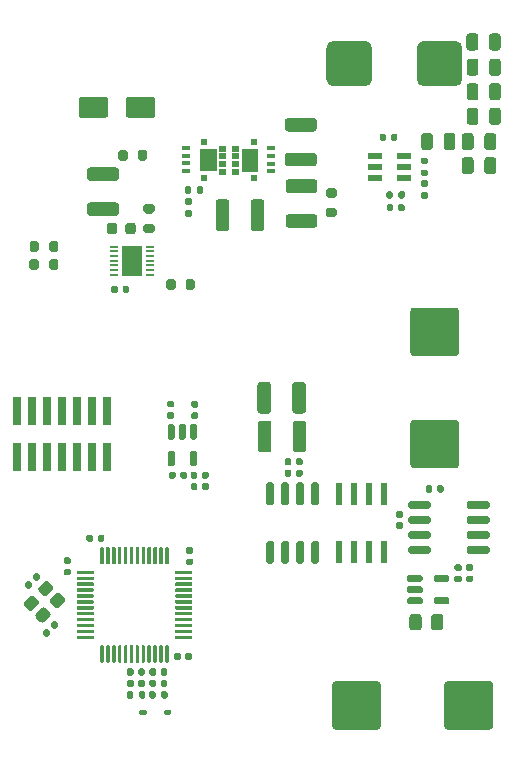
<source format=gbr>
G04 #@! TF.GenerationSoftware,KiCad,Pcbnew,9.0.1+1*
G04 #@! TF.CreationDate,2025-09-08T10:29:46+00:00*
G04 #@! TF.ProjectId,c64psu,63363470-7375-42e6-9b69-6361645f7063,rev?*
G04 #@! TF.SameCoordinates,Original*
G04 #@! TF.FileFunction,Paste,Top*
G04 #@! TF.FilePolarity,Positive*
%FSLAX46Y46*%
G04 Gerber Fmt 4.6, Leading zero omitted, Abs format (unit mm)*
G04 Created by KiCad (PCBNEW 9.0.1+1) date 2025-09-08 10:29:46*
%MOMM*%
%LPD*%
G01*
G04 APERTURE LIST*
%ADD10C,0.010000*%
%ADD11R,0.600000X1.970000*%
%ADD12R,0.800000X0.200000*%
%ADD13R,1.750000X2.650000*%
%ADD14R,0.700000X0.420000*%
%ADD15R,1.200000X0.600000*%
%ADD16R,0.740000X2.400000*%
G04 APERTURE END LIST*
D10*
X155805500Y-52917550D02*
X155255500Y-52917550D01*
X155255500Y-52497550D01*
X155805500Y-52497550D01*
X155805500Y-52917550D01*
G36*
X155805500Y-52917550D02*
G01*
X155255500Y-52917550D01*
X155255500Y-52497550D01*
X155805500Y-52497550D01*
X155805500Y-52917550D01*
G37*
X155805500Y-53147550D02*
X155805500Y-53567550D01*
X155255500Y-53567550D01*
X155255500Y-53147549D01*
X155805500Y-53147550D01*
G36*
X155805500Y-53147550D02*
G01*
X155805500Y-53567550D01*
X155255500Y-53567550D01*
X155255500Y-53147549D01*
X155805500Y-53147550D01*
G37*
X155805500Y-54217550D02*
X155255500Y-54217551D01*
X155255500Y-53797550D01*
X155805500Y-53797550D01*
X155805500Y-54217550D01*
G36*
X155805500Y-54217550D02*
G01*
X155255500Y-54217551D01*
X155255500Y-53797550D01*
X155805500Y-53797550D01*
X155805500Y-54217550D01*
G37*
X155805500Y-54867550D02*
X155255500Y-54867550D01*
X155255500Y-54447550D01*
X155805500Y-54447550D01*
X155805500Y-54867550D01*
G36*
X155805500Y-54867550D02*
G01*
X155255500Y-54867550D01*
X155255500Y-54447550D01*
X155805500Y-54447550D01*
X155805500Y-54867550D01*
G37*
X157305499Y-55432550D02*
X156905501Y-55432550D01*
X156905500Y-54982550D01*
X157305500Y-54982550D01*
X157305499Y-55432550D01*
G36*
X157305499Y-55432550D02*
G01*
X156905501Y-55432550D01*
X156905500Y-54982550D01*
X157305500Y-54982550D01*
X157305499Y-55432550D01*
G37*
X157305500Y-52382550D02*
X156905500Y-52382550D01*
X156905501Y-51932550D01*
X157305499Y-51932550D01*
X157305500Y-52382550D01*
G36*
X157305500Y-52382550D02*
G01*
X156905500Y-52382550D01*
X156905501Y-51932550D01*
X157305499Y-51932550D01*
X157305500Y-52382550D01*
G37*
X157426500Y-54601550D02*
X156084500Y-54601550D01*
X156084500Y-52763550D01*
X157426500Y-52763550D01*
X157426500Y-54601550D01*
G36*
X157426500Y-54601550D02*
G01*
X156084500Y-54601550D01*
X156084500Y-52763550D01*
X157426500Y-52763550D01*
X157426500Y-54601550D01*
G37*
X153886100Y-54591750D02*
X152544100Y-54591750D01*
X152544100Y-52753750D01*
X153886100Y-52753750D01*
X153886100Y-54591750D01*
G36*
X153886100Y-54591750D02*
G01*
X152544100Y-54591750D01*
X152544100Y-52753750D01*
X153886100Y-52753750D01*
X153886100Y-54591750D01*
G37*
X153065099Y-55422750D02*
X152665101Y-55422750D01*
X152665100Y-54972750D01*
X153065100Y-54972750D01*
X153065099Y-55422750D01*
G36*
X153065099Y-55422750D02*
G01*
X152665101Y-55422750D01*
X152665100Y-54972750D01*
X153065100Y-54972750D01*
X153065099Y-55422750D01*
G37*
X153065100Y-52372750D02*
X152665100Y-52372750D01*
X152665101Y-51922750D01*
X153065099Y-51922750D01*
X153065100Y-52372750D01*
G36*
X153065100Y-52372750D02*
G01*
X152665100Y-52372750D01*
X152665101Y-51922750D01*
X153065099Y-51922750D01*
X153065100Y-52372750D01*
G37*
X154715100Y-52907750D02*
X154165100Y-52907750D01*
X154165100Y-52487750D01*
X154715100Y-52487750D01*
X154715100Y-52907750D01*
G36*
X154715100Y-52907750D02*
G01*
X154165100Y-52907750D01*
X154165100Y-52487750D01*
X154715100Y-52487750D01*
X154715100Y-52907750D01*
G37*
X154715100Y-53557750D02*
X154165100Y-53557750D01*
X154165100Y-53137750D01*
X154715100Y-53137749D01*
X154715100Y-53557750D01*
G36*
X154715100Y-53557750D02*
G01*
X154165100Y-53557750D01*
X154165100Y-53137750D01*
X154715100Y-53137749D01*
X154715100Y-53557750D01*
G37*
X154715100Y-54207751D02*
X154165100Y-54207750D01*
X154165100Y-53787750D01*
X154715100Y-53787750D01*
X154715100Y-54207751D01*
G36*
X154715100Y-54207751D02*
G01*
X154165100Y-54207750D01*
X154165100Y-53787750D01*
X154715100Y-53787750D01*
X154715100Y-54207751D01*
G37*
X154715100Y-54857750D02*
X154165100Y-54857750D01*
X154165100Y-54437750D01*
X154715100Y-54437750D01*
X154715100Y-54857750D01*
G36*
X154715100Y-54857750D02*
G01*
X154165100Y-54857750D01*
X154165100Y-54437750D01*
X154715100Y-54437750D01*
X154715100Y-54857750D01*
G37*
D11*
X164355000Y-86915000D03*
X165625000Y-86915000D03*
X166895000Y-86915000D03*
X168165000Y-86915000D03*
X168165000Y-81965000D03*
X166895000Y-81965000D03*
X165625000Y-81965000D03*
X164355000Y-81965000D03*
G36*
G01*
X174732301Y-54655750D02*
X174732301Y-53705750D01*
G75*
G02*
X174982301Y-53455750I250000J0D01*
G01*
X175482301Y-53455750D01*
G75*
G02*
X175732301Y-53705750I0J-250000D01*
G01*
X175732301Y-54655750D01*
G75*
G02*
X175482301Y-54905750I-250000J0D01*
G01*
X174982301Y-54905750D01*
G75*
G02*
X174732301Y-54655750I0J250000D01*
G01*
G37*
G36*
G01*
X176632299Y-54655750D02*
X176632299Y-53705750D01*
G75*
G02*
X176882299Y-53455750I250000J0D01*
G01*
X177382299Y-53455750D01*
G75*
G02*
X177632299Y-53705750I0J-250000D01*
G01*
X177632299Y-54655750D01*
G75*
G02*
X177382299Y-54905750I-250000J0D01*
G01*
X176882299Y-54905750D01*
G75*
G02*
X176632299Y-54655750I0J250000D01*
G01*
G37*
G36*
G01*
X175138701Y-50490150D02*
X175138701Y-49540150D01*
G75*
G02*
X175388701Y-49290150I250000J0D01*
G01*
X175888701Y-49290150D01*
G75*
G02*
X176138701Y-49540150I0J-250000D01*
G01*
X176138701Y-50490150D01*
G75*
G02*
X175888701Y-50740150I-250000J0D01*
G01*
X175388701Y-50740150D01*
G75*
G02*
X175138701Y-50490150I0J250000D01*
G01*
G37*
G36*
G01*
X177038699Y-50490150D02*
X177038699Y-49540150D01*
G75*
G02*
X177288699Y-49290150I250000J0D01*
G01*
X177788699Y-49290150D01*
G75*
G02*
X178038699Y-49540150I0J-250000D01*
G01*
X178038699Y-50490150D01*
G75*
G02*
X177788699Y-50740150I-250000J0D01*
G01*
X177288699Y-50740150D01*
G75*
G02*
X177038699Y-50490150I0J250000D01*
G01*
G37*
G36*
G01*
X144665000Y-59766250D02*
X144665000Y-59253750D01*
G75*
G02*
X144883750Y-59035000I218750J0D01*
G01*
X145321250Y-59035000D01*
G75*
G02*
X145540000Y-59253750I0J-218750D01*
G01*
X145540000Y-59766250D01*
G75*
G02*
X145321250Y-59985000I-218750J0D01*
G01*
X144883750Y-59985000D01*
G75*
G02*
X144665000Y-59766250I0J218750D01*
G01*
G37*
G36*
G01*
X146240000Y-59766250D02*
X146240000Y-59253750D01*
G75*
G02*
X146458750Y-59035000I218750J0D01*
G01*
X146896250Y-59035000D01*
G75*
G02*
X147115000Y-59253750I0J-218750D01*
G01*
X147115000Y-59766250D01*
G75*
G02*
X146896250Y-59985000I-218750J0D01*
G01*
X146458750Y-59985000D01*
G75*
G02*
X146240000Y-59766250I0J218750D01*
G01*
G37*
G36*
G01*
X151454499Y-80227700D02*
X151454499Y-80567700D01*
G75*
G02*
X151314499Y-80707700I-140000J0D01*
G01*
X151034499Y-80707700D01*
G75*
G02*
X150894499Y-80567700I0J140000D01*
G01*
X150894499Y-80227700D01*
G75*
G02*
X151034499Y-80087700I140000J0D01*
G01*
X151314499Y-80087700D01*
G75*
G02*
X151454499Y-80227700I0J-140000D01*
G01*
G37*
G36*
G01*
X150494499Y-80227700D02*
X150494499Y-80567700D01*
G75*
G02*
X150354499Y-80707700I-140000J0D01*
G01*
X150074499Y-80707700D01*
G75*
G02*
X149934499Y-80567700I0J140000D01*
G01*
X149934499Y-80227700D01*
G75*
G02*
X150074499Y-80087700I140000J0D01*
G01*
X150354499Y-80087700D01*
G75*
G02*
X150494499Y-80227700I0J-140000D01*
G01*
G37*
D12*
X148317500Y-63436750D03*
X148317500Y-63036750D03*
X148317500Y-62636750D03*
X148317500Y-62236750D03*
X148317500Y-61836750D03*
X148317500Y-61436750D03*
X148317500Y-61036750D03*
X145317500Y-61036750D03*
X145317500Y-61436750D03*
X145317500Y-61836750D03*
X145317500Y-62236750D03*
X145317500Y-62636750D03*
X145317500Y-63036750D03*
X145317500Y-63436750D03*
D13*
X146817500Y-62236750D03*
G36*
G01*
X140577300Y-60763750D02*
X140577300Y-61313750D01*
G75*
G02*
X140377300Y-61513750I-200000J0D01*
G01*
X139977300Y-61513750D01*
G75*
G02*
X139777300Y-61313750I0J200000D01*
G01*
X139777300Y-60763750D01*
G75*
G02*
X139977300Y-60563750I200000J0D01*
G01*
X140377300Y-60563750D01*
G75*
G02*
X140577300Y-60763750I0J-200000D01*
G01*
G37*
G36*
G01*
X138927300Y-60763750D02*
X138927300Y-61313750D01*
G75*
G02*
X138727300Y-61513750I-200000J0D01*
G01*
X138327300Y-61513750D01*
G75*
G02*
X138127300Y-61313750I0J200000D01*
G01*
X138127300Y-60763750D01*
G75*
G02*
X138327300Y-60563750I200000J0D01*
G01*
X138727300Y-60563750D01*
G75*
G02*
X138927300Y-60763750I0J-200000D01*
G01*
G37*
G36*
G01*
X174240000Y-87950000D02*
X174580000Y-87950000D01*
G75*
G02*
X174720000Y-88090000I0J-140000D01*
G01*
X174720000Y-88370000D01*
G75*
G02*
X174580000Y-88510000I-140000J0D01*
G01*
X174240000Y-88510000D01*
G75*
G02*
X174100000Y-88370000I0J140000D01*
G01*
X174100000Y-88090000D01*
G75*
G02*
X174240000Y-87950000I140000J0D01*
G01*
G37*
G36*
G01*
X174240000Y-88910000D02*
X174580000Y-88910000D01*
G75*
G02*
X174720000Y-89050000I0J-140000D01*
G01*
X174720000Y-89330000D01*
G75*
G02*
X174580000Y-89470000I-140000J0D01*
G01*
X174240000Y-89470000D01*
G75*
G02*
X174100000Y-89330000I0J140000D01*
G01*
X174100000Y-89050000D01*
G75*
G02*
X174240000Y-88910000I140000J0D01*
G01*
G37*
G36*
G01*
X175123500Y-44190950D02*
X175123500Y-43240950D01*
G75*
G02*
X175373500Y-42990950I250000J0D01*
G01*
X175873500Y-42990950D01*
G75*
G02*
X176123500Y-43240950I0J-250000D01*
G01*
X176123500Y-44190950D01*
G75*
G02*
X175873500Y-44440950I-250000J0D01*
G01*
X175373500Y-44440950D01*
G75*
G02*
X175123500Y-44190950I0J250000D01*
G01*
G37*
G36*
G01*
X177023498Y-44190950D02*
X177023498Y-43240950D01*
G75*
G02*
X177273498Y-42990950I250000J0D01*
G01*
X177773498Y-42990950D01*
G75*
G02*
X178023498Y-43240950I0J-250000D01*
G01*
X178023498Y-44190950D01*
G75*
G02*
X177773498Y-44440950I-250000J0D01*
G01*
X177273498Y-44440950D01*
G75*
G02*
X177023498Y-44190950I0J250000D01*
G01*
G37*
G36*
G01*
X151410100Y-56958750D02*
X151780100Y-56958750D01*
G75*
G02*
X151915100Y-57093750I0J-135000D01*
G01*
X151915100Y-57363750D01*
G75*
G02*
X151780100Y-57498750I-135000J0D01*
G01*
X151410100Y-57498750D01*
G75*
G02*
X151275100Y-57363750I0J135000D01*
G01*
X151275100Y-57093750D01*
G75*
G02*
X151410100Y-56958750I135000J0D01*
G01*
G37*
G36*
G01*
X151410100Y-57978748D02*
X151780100Y-57978748D01*
G75*
G02*
X151915100Y-58113748I0J-135000D01*
G01*
X151915100Y-58383748D01*
G75*
G02*
X151780100Y-58518748I-135000J0D01*
G01*
X151410100Y-58518748D01*
G75*
G02*
X151275100Y-58383748I0J135000D01*
G01*
X151275100Y-58113748D01*
G75*
G02*
X151410100Y-57978748I135000J0D01*
G01*
G37*
G36*
G01*
X148282200Y-98197000D02*
X148282200Y-97857000D01*
G75*
G02*
X148422200Y-97717000I140000J0D01*
G01*
X148702200Y-97717000D01*
G75*
G02*
X148842200Y-97857000I0J-140000D01*
G01*
X148842200Y-98197000D01*
G75*
G02*
X148702200Y-98337000I-140000J0D01*
G01*
X148422200Y-98337000D01*
G75*
G02*
X148282200Y-98197000I0J140000D01*
G01*
G37*
G36*
G01*
X149242200Y-98197000D02*
X149242200Y-97857000D01*
G75*
G02*
X149382200Y-97717000I140000J0D01*
G01*
X149662200Y-97717000D01*
G75*
G02*
X149802200Y-97857000I0J-140000D01*
G01*
X149802200Y-98197000D01*
G75*
G02*
X149662200Y-98337000I-140000J0D01*
G01*
X149382200Y-98337000D01*
G75*
G02*
X149242200Y-98197000I0J140000D01*
G01*
G37*
G36*
G01*
X171374500Y-53504350D02*
X171744500Y-53504350D01*
G75*
G02*
X171879500Y-53639350I0J-135000D01*
G01*
X171879500Y-53909350D01*
G75*
G02*
X171744500Y-54044350I-135000J0D01*
G01*
X171374500Y-54044350D01*
G75*
G02*
X171239500Y-53909350I0J135000D01*
G01*
X171239500Y-53639350D01*
G75*
G02*
X171374500Y-53504350I135000J0D01*
G01*
G37*
G36*
G01*
X171374500Y-54524348D02*
X171744500Y-54524348D01*
G75*
G02*
X171879500Y-54659348I0J-135000D01*
G01*
X171879500Y-54929348D01*
G75*
G02*
X171744500Y-55064348I-135000J0D01*
G01*
X171374500Y-55064348D01*
G75*
G02*
X171239500Y-54929348I0J135000D01*
G01*
X171239500Y-54659348D01*
G75*
G02*
X171374500Y-54524348I135000J0D01*
G01*
G37*
G36*
G01*
X137957007Y-89997809D02*
X137716591Y-89757393D01*
G75*
G02*
X137716591Y-89559403I98995J98995D01*
G01*
X137914581Y-89361413D01*
G75*
G02*
X138112571Y-89361413I98995J-98995D01*
G01*
X138352987Y-89601829D01*
G75*
G02*
X138352987Y-89799819I-98995J-98995D01*
G01*
X138154997Y-89997809D01*
G75*
G02*
X137957007Y-89997809I-98995J98995D01*
G01*
G37*
G36*
G01*
X138635829Y-89318987D02*
X138395413Y-89078571D01*
G75*
G02*
X138395413Y-88880581I98995J98995D01*
G01*
X138593403Y-88682591D01*
G75*
G02*
X138791393Y-88682591I98995J-98995D01*
G01*
X139031809Y-88923007D01*
G75*
G02*
X139031809Y-89120997I-98995J-98995D01*
G01*
X138833819Y-89318987D01*
G75*
G02*
X138635829Y-89318987I-98995J98995D01*
G01*
G37*
G36*
G01*
X145645700Y-53592150D02*
X145645700Y-53042150D01*
G75*
G02*
X145845700Y-52842150I200000J0D01*
G01*
X146245700Y-52842150D01*
G75*
G02*
X146445700Y-53042150I0J-200000D01*
G01*
X146445700Y-53592150D01*
G75*
G02*
X146245700Y-53792150I-200000J0D01*
G01*
X145845700Y-53792150D01*
G75*
G02*
X145645700Y-53592150I0J200000D01*
G01*
G37*
G36*
G01*
X147295700Y-53592150D02*
X147295700Y-53042150D01*
G75*
G02*
X147495700Y-52842150I200000J0D01*
G01*
X147895700Y-52842150D01*
G75*
G02*
X148095700Y-53042150I0J-200000D01*
G01*
X148095700Y-53592150D01*
G75*
G02*
X147895700Y-53792150I-200000J0D01*
G01*
X147495700Y-53792150D01*
G75*
G02*
X147295700Y-53592150I0J200000D01*
G01*
G37*
G36*
G01*
X171374500Y-55432751D02*
X171744500Y-55432751D01*
G75*
G02*
X171879500Y-55567751I0J-135000D01*
G01*
X171879500Y-55837751D01*
G75*
G02*
X171744500Y-55972751I-135000J0D01*
G01*
X171374500Y-55972751D01*
G75*
G02*
X171239500Y-55837751I0J135000D01*
G01*
X171239500Y-55567751D01*
G75*
G02*
X171374500Y-55432751I135000J0D01*
G01*
G37*
G36*
G01*
X171374500Y-56452749D02*
X171744500Y-56452749D01*
G75*
G02*
X171879500Y-56587749I0J-135000D01*
G01*
X171879500Y-56857749D01*
G75*
G02*
X171744500Y-56992749I-135000J0D01*
G01*
X171374500Y-56992749D01*
G75*
G02*
X171239500Y-56857749I0J135000D01*
G01*
X171239500Y-56587749D01*
G75*
G02*
X171374500Y-56452749I135000J0D01*
G01*
G37*
G36*
G01*
X142281098Y-49903150D02*
X142281098Y-48603150D01*
G75*
G02*
X142531098Y-48353150I250000J0D01*
G01*
X144531098Y-48353150D01*
G75*
G02*
X144781098Y-48603150I0J-250000D01*
G01*
X144781098Y-49903150D01*
G75*
G02*
X144531098Y-50153150I-250000J0D01*
G01*
X142531098Y-50153150D01*
G75*
G02*
X142281098Y-49903150I0J250000D01*
G01*
G37*
G36*
G01*
X146281100Y-49903150D02*
X146281100Y-48603150D01*
G75*
G02*
X146531100Y-48353150I250000J0D01*
G01*
X148531100Y-48353150D01*
G75*
G02*
X148781100Y-48603150I0J-250000D01*
G01*
X148781100Y-49903150D01*
G75*
G02*
X148531100Y-50153150I-250000J0D01*
G01*
X146531100Y-50153150D01*
G75*
G02*
X146281100Y-49903150I0J250000D01*
G01*
G37*
G36*
G01*
X150254899Y-75620500D02*
X149914899Y-75620500D01*
G75*
G02*
X149774899Y-75480500I0J140000D01*
G01*
X149774899Y-75200500D01*
G75*
G02*
X149914899Y-75060500I140000J0D01*
G01*
X150254899Y-75060500D01*
G75*
G02*
X150394899Y-75200500I0J-140000D01*
G01*
X150394899Y-75480500D01*
G75*
G02*
X150254899Y-75620500I-140000J0D01*
G01*
G37*
G36*
G01*
X150254899Y-74660500D02*
X149914899Y-74660500D01*
G75*
G02*
X149774899Y-74520500I0J140000D01*
G01*
X149774899Y-74240500D01*
G75*
G02*
X149914899Y-74100500I140000J0D01*
G01*
X150254899Y-74100500D01*
G75*
G02*
X150394899Y-74240500I0J-140000D01*
G01*
X150394899Y-74520500D01*
G75*
G02*
X150254899Y-74660500I-140000J0D01*
G01*
G37*
D14*
X158605500Y-54657550D03*
X158605500Y-54007550D03*
X158605500Y-53357550D03*
X158605500Y-52707550D03*
G36*
G01*
X161520001Y-72740000D02*
X161520001Y-74940000D01*
G75*
G02*
X161270001Y-75190000I-250000J0D01*
G01*
X160620001Y-75190000D01*
G75*
G02*
X160370001Y-74940000I0J250000D01*
G01*
X160370001Y-72740000D01*
G75*
G02*
X160620001Y-72490000I250000J0D01*
G01*
X161270001Y-72490000D01*
G75*
G02*
X161520001Y-72740000I0J-250000D01*
G01*
G37*
G36*
G01*
X158569999Y-72740000D02*
X158569999Y-74940000D01*
G75*
G02*
X158319999Y-75190000I-250000J0D01*
G01*
X157669999Y-75190000D01*
G75*
G02*
X157419999Y-74940000I0J250000D01*
G01*
X157419999Y-72740000D01*
G75*
G02*
X157669999Y-72490000I250000J0D01*
G01*
X158319999Y-72490000D01*
G75*
G02*
X158569999Y-72740000I0J-250000D01*
G01*
G37*
G36*
G01*
X174177899Y-51673750D02*
X174177899Y-52623750D01*
G75*
G02*
X173927899Y-52873750I-250000J0D01*
G01*
X173427899Y-52873750D01*
G75*
G02*
X173177899Y-52623750I0J250000D01*
G01*
X173177899Y-51673750D01*
G75*
G02*
X173427899Y-51423750I250000J0D01*
G01*
X173927899Y-51423750D01*
G75*
G02*
X174177899Y-51673750I0J-250000D01*
G01*
G37*
G36*
G01*
X172277901Y-51673750D02*
X172277901Y-52623750D01*
G75*
G02*
X172027901Y-52873750I-250000J0D01*
G01*
X171527901Y-52873750D01*
G75*
G02*
X171277901Y-52623750I0J250000D01*
G01*
X171277901Y-51673750D01*
G75*
G02*
X171527901Y-51423750I250000J0D01*
G01*
X172027901Y-51423750D01*
G75*
G02*
X172277901Y-51673750I0J-250000D01*
G01*
G37*
G36*
G01*
X158640000Y-87895000D02*
X158340000Y-87895000D01*
G75*
G02*
X158190000Y-87745000I0J150000D01*
G01*
X158190000Y-86095000D01*
G75*
G02*
X158340000Y-85945000I150000J0D01*
G01*
X158640000Y-85945000D01*
G75*
G02*
X158790000Y-86095000I0J-150000D01*
G01*
X158790000Y-87745000D01*
G75*
G02*
X158640000Y-87895000I-150000J0D01*
G01*
G37*
G36*
G01*
X159910000Y-87895000D02*
X159610000Y-87895000D01*
G75*
G02*
X159460000Y-87745000I0J150000D01*
G01*
X159460000Y-86095000D01*
G75*
G02*
X159610000Y-85945000I150000J0D01*
G01*
X159910000Y-85945000D01*
G75*
G02*
X160060000Y-86095000I0J-150000D01*
G01*
X160060000Y-87745000D01*
G75*
G02*
X159910000Y-87895000I-150000J0D01*
G01*
G37*
G36*
G01*
X161180000Y-87895000D02*
X160880000Y-87895000D01*
G75*
G02*
X160730000Y-87745000I0J150000D01*
G01*
X160730000Y-86095000D01*
G75*
G02*
X160880000Y-85945000I150000J0D01*
G01*
X161180000Y-85945000D01*
G75*
G02*
X161330000Y-86095000I0J-150000D01*
G01*
X161330000Y-87745000D01*
G75*
G02*
X161180000Y-87895000I-150000J0D01*
G01*
G37*
G36*
G01*
X162450000Y-87895000D02*
X162150000Y-87895000D01*
G75*
G02*
X162000000Y-87745000I0J150000D01*
G01*
X162000000Y-86095000D01*
G75*
G02*
X162150000Y-85945000I150000J0D01*
G01*
X162450000Y-85945000D01*
G75*
G02*
X162600000Y-86095000I0J-150000D01*
G01*
X162600000Y-87745000D01*
G75*
G02*
X162450000Y-87895000I-150000J0D01*
G01*
G37*
G36*
G01*
X162450000Y-82945000D02*
X162150000Y-82945000D01*
G75*
G02*
X162000000Y-82795000I0J150000D01*
G01*
X162000000Y-81145000D01*
G75*
G02*
X162150000Y-80995000I150000J0D01*
G01*
X162450000Y-80995000D01*
G75*
G02*
X162600000Y-81145000I0J-150000D01*
G01*
X162600000Y-82795000D01*
G75*
G02*
X162450000Y-82945000I-150000J0D01*
G01*
G37*
G36*
G01*
X161180000Y-82945000D02*
X160880000Y-82945000D01*
G75*
G02*
X160730000Y-82795000I0J150000D01*
G01*
X160730000Y-81145000D01*
G75*
G02*
X160880000Y-80995000I150000J0D01*
G01*
X161180000Y-80995000D01*
G75*
G02*
X161330000Y-81145000I0J-150000D01*
G01*
X161330000Y-82795000D01*
G75*
G02*
X161180000Y-82945000I-150000J0D01*
G01*
G37*
G36*
G01*
X159910000Y-82945000D02*
X159610000Y-82945000D01*
G75*
G02*
X159460000Y-82795000I0J150000D01*
G01*
X159460000Y-81145000D01*
G75*
G02*
X159610000Y-80995000I150000J0D01*
G01*
X159910000Y-80995000D01*
G75*
G02*
X160060000Y-81145000I0J-150000D01*
G01*
X160060000Y-82795000D01*
G75*
G02*
X159910000Y-82945000I-150000J0D01*
G01*
G37*
G36*
G01*
X158640000Y-82945000D02*
X158340000Y-82945000D01*
G75*
G02*
X158190000Y-82795000I0J150000D01*
G01*
X158190000Y-81145000D01*
G75*
G02*
X158340000Y-80995000I150000J0D01*
G01*
X158640000Y-80995000D01*
G75*
G02*
X158790000Y-81145000I0J-150000D01*
G01*
X158790000Y-82795000D01*
G75*
G02*
X158640000Y-82945000I-150000J0D01*
G01*
G37*
G36*
G01*
X152286899Y-75643300D02*
X151946899Y-75643300D01*
G75*
G02*
X151806899Y-75503300I0J140000D01*
G01*
X151806899Y-75223300D01*
G75*
G02*
X151946899Y-75083300I140000J0D01*
G01*
X152286899Y-75083300D01*
G75*
G02*
X152426899Y-75223300I0J-140000D01*
G01*
X152426899Y-75503300D01*
G75*
G02*
X152286899Y-75643300I-140000J0D01*
G01*
G37*
G36*
G01*
X152286899Y-74683300D02*
X151946899Y-74683300D01*
G75*
G02*
X151806899Y-74543300I0J140000D01*
G01*
X151806899Y-74263300D01*
G75*
G02*
X151946899Y-74123300I140000J0D01*
G01*
X152286899Y-74123300D01*
G75*
G02*
X152426899Y-74263300I0J-140000D01*
G01*
X152426899Y-74543300D01*
G75*
G02*
X152286899Y-74683300I-140000J0D01*
G01*
G37*
G36*
G01*
X147899800Y-97857000D02*
X147899800Y-98197000D01*
G75*
G02*
X147759800Y-98337000I-140000J0D01*
G01*
X147479800Y-98337000D01*
G75*
G02*
X147339800Y-98197000I0J140000D01*
G01*
X147339800Y-97857000D01*
G75*
G02*
X147479800Y-97717000I140000J0D01*
G01*
X147759800Y-97717000D01*
G75*
G02*
X147899800Y-97857000I0J-140000D01*
G01*
G37*
G36*
G01*
X146939800Y-97857000D02*
X146939800Y-98197000D01*
G75*
G02*
X146799800Y-98337000I-140000J0D01*
G01*
X146519800Y-98337000D01*
G75*
G02*
X146379800Y-98197000I0J140000D01*
G01*
X146379800Y-97857000D01*
G75*
G02*
X146519800Y-97717000I140000J0D01*
G01*
X146799800Y-97717000D01*
G75*
G02*
X146939800Y-97857000I0J-140000D01*
G01*
G37*
G36*
G01*
X149822199Y-98807200D02*
X149822199Y-99177200D01*
G75*
G02*
X149687199Y-99312200I-135000J0D01*
G01*
X149417199Y-99312200D01*
G75*
G02*
X149282199Y-99177200I0J135000D01*
G01*
X149282199Y-98807200D01*
G75*
G02*
X149417199Y-98672200I135000J0D01*
G01*
X149687199Y-98672200D01*
G75*
G02*
X149822199Y-98807200I0J-135000D01*
G01*
G37*
G36*
G01*
X148802201Y-98807200D02*
X148802201Y-99177200D01*
G75*
G02*
X148667201Y-99312200I-135000J0D01*
G01*
X148397201Y-99312200D01*
G75*
G02*
X148262201Y-99177200I0J135000D01*
G01*
X148262201Y-98807200D01*
G75*
G02*
X148397201Y-98672200I135000J0D01*
G01*
X148667201Y-98672200D01*
G75*
G02*
X148802201Y-98807200I0J-135000D01*
G01*
G37*
G36*
G01*
X142110200Y-88697200D02*
X142110200Y-88547200D01*
G75*
G02*
X142185200Y-88472200I75000J0D01*
G01*
X143510200Y-88472200D01*
G75*
G02*
X143585200Y-88547200I0J-75000D01*
G01*
X143585200Y-88697200D01*
G75*
G02*
X143510200Y-88772200I-75000J0D01*
G01*
X142185200Y-88772200D01*
G75*
G02*
X142110200Y-88697200I0J75000D01*
G01*
G37*
G36*
G01*
X142110200Y-89197200D02*
X142110200Y-89047200D01*
G75*
G02*
X142185200Y-88972200I75000J0D01*
G01*
X143510200Y-88972200D01*
G75*
G02*
X143585200Y-89047200I0J-75000D01*
G01*
X143585200Y-89197200D01*
G75*
G02*
X143510200Y-89272200I-75000J0D01*
G01*
X142185200Y-89272200D01*
G75*
G02*
X142110200Y-89197200I0J75000D01*
G01*
G37*
G36*
G01*
X142110200Y-89697200D02*
X142110200Y-89547200D01*
G75*
G02*
X142185200Y-89472200I75000J0D01*
G01*
X143510200Y-89472200D01*
G75*
G02*
X143585200Y-89547200I0J-75000D01*
G01*
X143585200Y-89697200D01*
G75*
G02*
X143510200Y-89772200I-75000J0D01*
G01*
X142185200Y-89772200D01*
G75*
G02*
X142110200Y-89697200I0J75000D01*
G01*
G37*
G36*
G01*
X142110200Y-90197200D02*
X142110200Y-90047200D01*
G75*
G02*
X142185200Y-89972200I75000J0D01*
G01*
X143510200Y-89972200D01*
G75*
G02*
X143585200Y-90047200I0J-75000D01*
G01*
X143585200Y-90197200D01*
G75*
G02*
X143510200Y-90272200I-75000J0D01*
G01*
X142185200Y-90272200D01*
G75*
G02*
X142110200Y-90197200I0J75000D01*
G01*
G37*
G36*
G01*
X142110200Y-90697200D02*
X142110200Y-90547200D01*
G75*
G02*
X142185200Y-90472200I75000J0D01*
G01*
X143510200Y-90472200D01*
G75*
G02*
X143585200Y-90547200I0J-75000D01*
G01*
X143585200Y-90697200D01*
G75*
G02*
X143510200Y-90772200I-75000J0D01*
G01*
X142185200Y-90772200D01*
G75*
G02*
X142110200Y-90697200I0J75000D01*
G01*
G37*
G36*
G01*
X142110200Y-91197200D02*
X142110200Y-91047200D01*
G75*
G02*
X142185200Y-90972200I75000J0D01*
G01*
X143510200Y-90972200D01*
G75*
G02*
X143585200Y-91047200I0J-75000D01*
G01*
X143585200Y-91197200D01*
G75*
G02*
X143510200Y-91272200I-75000J0D01*
G01*
X142185200Y-91272200D01*
G75*
G02*
X142110200Y-91197200I0J75000D01*
G01*
G37*
G36*
G01*
X142110200Y-91697200D02*
X142110200Y-91547200D01*
G75*
G02*
X142185200Y-91472200I75000J0D01*
G01*
X143510200Y-91472200D01*
G75*
G02*
X143585200Y-91547200I0J-75000D01*
G01*
X143585200Y-91697200D01*
G75*
G02*
X143510200Y-91772200I-75000J0D01*
G01*
X142185200Y-91772200D01*
G75*
G02*
X142110200Y-91697200I0J75000D01*
G01*
G37*
G36*
G01*
X142110200Y-92197200D02*
X142110200Y-92047200D01*
G75*
G02*
X142185200Y-91972200I75000J0D01*
G01*
X143510200Y-91972200D01*
G75*
G02*
X143585200Y-92047200I0J-75000D01*
G01*
X143585200Y-92197200D01*
G75*
G02*
X143510200Y-92272200I-75000J0D01*
G01*
X142185200Y-92272200D01*
G75*
G02*
X142110200Y-92197200I0J75000D01*
G01*
G37*
G36*
G01*
X142110200Y-92697200D02*
X142110200Y-92547200D01*
G75*
G02*
X142185200Y-92472200I75000J0D01*
G01*
X143510200Y-92472200D01*
G75*
G02*
X143585200Y-92547200I0J-75000D01*
G01*
X143585200Y-92697200D01*
G75*
G02*
X143510200Y-92772200I-75000J0D01*
G01*
X142185200Y-92772200D01*
G75*
G02*
X142110200Y-92697200I0J75000D01*
G01*
G37*
G36*
G01*
X142110200Y-93197200D02*
X142110200Y-93047200D01*
G75*
G02*
X142185200Y-92972200I75000J0D01*
G01*
X143510200Y-92972200D01*
G75*
G02*
X143585200Y-93047200I0J-75000D01*
G01*
X143585200Y-93197200D01*
G75*
G02*
X143510200Y-93272200I-75000J0D01*
G01*
X142185200Y-93272200D01*
G75*
G02*
X142110200Y-93197200I0J75000D01*
G01*
G37*
G36*
G01*
X142110200Y-93697200D02*
X142110200Y-93547200D01*
G75*
G02*
X142185200Y-93472200I75000J0D01*
G01*
X143510200Y-93472200D01*
G75*
G02*
X143585200Y-93547200I0J-75000D01*
G01*
X143585200Y-93697200D01*
G75*
G02*
X143510200Y-93772200I-75000J0D01*
G01*
X142185200Y-93772200D01*
G75*
G02*
X142110200Y-93697200I0J75000D01*
G01*
G37*
G36*
G01*
X142110200Y-94197200D02*
X142110200Y-94047200D01*
G75*
G02*
X142185200Y-93972200I75000J0D01*
G01*
X143510200Y-93972200D01*
G75*
G02*
X143585200Y-94047200I0J-75000D01*
G01*
X143585200Y-94197200D01*
G75*
G02*
X143510200Y-94272200I-75000J0D01*
G01*
X142185200Y-94272200D01*
G75*
G02*
X142110200Y-94197200I0J75000D01*
G01*
G37*
G36*
G01*
X144110200Y-96197200D02*
X144110200Y-94872200D01*
G75*
G02*
X144185200Y-94797200I75000J0D01*
G01*
X144335200Y-94797200D01*
G75*
G02*
X144410200Y-94872200I0J-75000D01*
G01*
X144410200Y-96197200D01*
G75*
G02*
X144335200Y-96272200I-75000J0D01*
G01*
X144185200Y-96272200D01*
G75*
G02*
X144110200Y-96197200I0J75000D01*
G01*
G37*
G36*
G01*
X144610200Y-96197200D02*
X144610200Y-94872200D01*
G75*
G02*
X144685200Y-94797200I75000J0D01*
G01*
X144835200Y-94797200D01*
G75*
G02*
X144910200Y-94872200I0J-75000D01*
G01*
X144910200Y-96197200D01*
G75*
G02*
X144835200Y-96272200I-75000J0D01*
G01*
X144685200Y-96272200D01*
G75*
G02*
X144610200Y-96197200I0J75000D01*
G01*
G37*
G36*
G01*
X145110200Y-96197200D02*
X145110200Y-94872200D01*
G75*
G02*
X145185200Y-94797200I75000J0D01*
G01*
X145335200Y-94797200D01*
G75*
G02*
X145410200Y-94872200I0J-75000D01*
G01*
X145410200Y-96197200D01*
G75*
G02*
X145335200Y-96272200I-75000J0D01*
G01*
X145185200Y-96272200D01*
G75*
G02*
X145110200Y-96197200I0J75000D01*
G01*
G37*
G36*
G01*
X145610200Y-96197200D02*
X145610200Y-94872200D01*
G75*
G02*
X145685200Y-94797200I75000J0D01*
G01*
X145835200Y-94797200D01*
G75*
G02*
X145910200Y-94872200I0J-75000D01*
G01*
X145910200Y-96197200D01*
G75*
G02*
X145835200Y-96272200I-75000J0D01*
G01*
X145685200Y-96272200D01*
G75*
G02*
X145610200Y-96197200I0J75000D01*
G01*
G37*
G36*
G01*
X146110200Y-96197200D02*
X146110200Y-94872200D01*
G75*
G02*
X146185200Y-94797200I75000J0D01*
G01*
X146335200Y-94797200D01*
G75*
G02*
X146410200Y-94872200I0J-75000D01*
G01*
X146410200Y-96197200D01*
G75*
G02*
X146335200Y-96272200I-75000J0D01*
G01*
X146185200Y-96272200D01*
G75*
G02*
X146110200Y-96197200I0J75000D01*
G01*
G37*
G36*
G01*
X146610200Y-96197200D02*
X146610200Y-94872200D01*
G75*
G02*
X146685200Y-94797200I75000J0D01*
G01*
X146835200Y-94797200D01*
G75*
G02*
X146910200Y-94872200I0J-75000D01*
G01*
X146910200Y-96197200D01*
G75*
G02*
X146835200Y-96272200I-75000J0D01*
G01*
X146685200Y-96272200D01*
G75*
G02*
X146610200Y-96197200I0J75000D01*
G01*
G37*
G36*
G01*
X147110200Y-96197200D02*
X147110200Y-94872200D01*
G75*
G02*
X147185200Y-94797200I75000J0D01*
G01*
X147335200Y-94797200D01*
G75*
G02*
X147410200Y-94872200I0J-75000D01*
G01*
X147410200Y-96197200D01*
G75*
G02*
X147335200Y-96272200I-75000J0D01*
G01*
X147185200Y-96272200D01*
G75*
G02*
X147110200Y-96197200I0J75000D01*
G01*
G37*
G36*
G01*
X147610200Y-96197200D02*
X147610200Y-94872200D01*
G75*
G02*
X147685200Y-94797200I75000J0D01*
G01*
X147835200Y-94797200D01*
G75*
G02*
X147910200Y-94872200I0J-75000D01*
G01*
X147910200Y-96197200D01*
G75*
G02*
X147835200Y-96272200I-75000J0D01*
G01*
X147685200Y-96272200D01*
G75*
G02*
X147610200Y-96197200I0J75000D01*
G01*
G37*
G36*
G01*
X148110200Y-96197200D02*
X148110200Y-94872200D01*
G75*
G02*
X148185200Y-94797200I75000J0D01*
G01*
X148335200Y-94797200D01*
G75*
G02*
X148410200Y-94872200I0J-75000D01*
G01*
X148410200Y-96197200D01*
G75*
G02*
X148335200Y-96272200I-75000J0D01*
G01*
X148185200Y-96272200D01*
G75*
G02*
X148110200Y-96197200I0J75000D01*
G01*
G37*
G36*
G01*
X148610200Y-96197200D02*
X148610200Y-94872200D01*
G75*
G02*
X148685200Y-94797200I75000J0D01*
G01*
X148835200Y-94797200D01*
G75*
G02*
X148910200Y-94872200I0J-75000D01*
G01*
X148910200Y-96197200D01*
G75*
G02*
X148835200Y-96272200I-75000J0D01*
G01*
X148685200Y-96272200D01*
G75*
G02*
X148610200Y-96197200I0J75000D01*
G01*
G37*
G36*
G01*
X149110200Y-96197200D02*
X149110200Y-94872200D01*
G75*
G02*
X149185200Y-94797200I75000J0D01*
G01*
X149335200Y-94797200D01*
G75*
G02*
X149410200Y-94872200I0J-75000D01*
G01*
X149410200Y-96197200D01*
G75*
G02*
X149335200Y-96272200I-75000J0D01*
G01*
X149185200Y-96272200D01*
G75*
G02*
X149110200Y-96197200I0J75000D01*
G01*
G37*
G36*
G01*
X149610200Y-96197200D02*
X149610200Y-94872200D01*
G75*
G02*
X149685200Y-94797200I75000J0D01*
G01*
X149835200Y-94797200D01*
G75*
G02*
X149910200Y-94872200I0J-75000D01*
G01*
X149910200Y-96197200D01*
G75*
G02*
X149835200Y-96272200I-75000J0D01*
G01*
X149685200Y-96272200D01*
G75*
G02*
X149610200Y-96197200I0J75000D01*
G01*
G37*
G36*
G01*
X150435200Y-94197200D02*
X150435200Y-94047200D01*
G75*
G02*
X150510200Y-93972200I75000J0D01*
G01*
X151835200Y-93972200D01*
G75*
G02*
X151910200Y-94047200I0J-75000D01*
G01*
X151910200Y-94197200D01*
G75*
G02*
X151835200Y-94272200I-75000J0D01*
G01*
X150510200Y-94272200D01*
G75*
G02*
X150435200Y-94197200I0J75000D01*
G01*
G37*
G36*
G01*
X150435200Y-93697200D02*
X150435200Y-93547200D01*
G75*
G02*
X150510200Y-93472200I75000J0D01*
G01*
X151835200Y-93472200D01*
G75*
G02*
X151910200Y-93547200I0J-75000D01*
G01*
X151910200Y-93697200D01*
G75*
G02*
X151835200Y-93772200I-75000J0D01*
G01*
X150510200Y-93772200D01*
G75*
G02*
X150435200Y-93697200I0J75000D01*
G01*
G37*
G36*
G01*
X150435200Y-93197200D02*
X150435200Y-93047200D01*
G75*
G02*
X150510200Y-92972200I75000J0D01*
G01*
X151835200Y-92972200D01*
G75*
G02*
X151910200Y-93047200I0J-75000D01*
G01*
X151910200Y-93197200D01*
G75*
G02*
X151835200Y-93272200I-75000J0D01*
G01*
X150510200Y-93272200D01*
G75*
G02*
X150435200Y-93197200I0J75000D01*
G01*
G37*
G36*
G01*
X150435200Y-92697200D02*
X150435200Y-92547200D01*
G75*
G02*
X150510200Y-92472200I75000J0D01*
G01*
X151835200Y-92472200D01*
G75*
G02*
X151910200Y-92547200I0J-75000D01*
G01*
X151910200Y-92697200D01*
G75*
G02*
X151835200Y-92772200I-75000J0D01*
G01*
X150510200Y-92772200D01*
G75*
G02*
X150435200Y-92697200I0J75000D01*
G01*
G37*
G36*
G01*
X150435200Y-92197200D02*
X150435200Y-92047200D01*
G75*
G02*
X150510200Y-91972200I75000J0D01*
G01*
X151835200Y-91972200D01*
G75*
G02*
X151910200Y-92047200I0J-75000D01*
G01*
X151910200Y-92197200D01*
G75*
G02*
X151835200Y-92272200I-75000J0D01*
G01*
X150510200Y-92272200D01*
G75*
G02*
X150435200Y-92197200I0J75000D01*
G01*
G37*
G36*
G01*
X150435200Y-91697200D02*
X150435200Y-91547200D01*
G75*
G02*
X150510200Y-91472200I75000J0D01*
G01*
X151835200Y-91472200D01*
G75*
G02*
X151910200Y-91547200I0J-75000D01*
G01*
X151910200Y-91697200D01*
G75*
G02*
X151835200Y-91772200I-75000J0D01*
G01*
X150510200Y-91772200D01*
G75*
G02*
X150435200Y-91697200I0J75000D01*
G01*
G37*
G36*
G01*
X150435200Y-91197200D02*
X150435200Y-91047200D01*
G75*
G02*
X150510200Y-90972200I75000J0D01*
G01*
X151835200Y-90972200D01*
G75*
G02*
X151910200Y-91047200I0J-75000D01*
G01*
X151910200Y-91197200D01*
G75*
G02*
X151835200Y-91272200I-75000J0D01*
G01*
X150510200Y-91272200D01*
G75*
G02*
X150435200Y-91197200I0J75000D01*
G01*
G37*
G36*
G01*
X150435200Y-90697200D02*
X150435200Y-90547200D01*
G75*
G02*
X150510200Y-90472200I75000J0D01*
G01*
X151835200Y-90472200D01*
G75*
G02*
X151910200Y-90547200I0J-75000D01*
G01*
X151910200Y-90697200D01*
G75*
G02*
X151835200Y-90772200I-75000J0D01*
G01*
X150510200Y-90772200D01*
G75*
G02*
X150435200Y-90697200I0J75000D01*
G01*
G37*
G36*
G01*
X150435200Y-90197200D02*
X150435200Y-90047200D01*
G75*
G02*
X150510200Y-89972200I75000J0D01*
G01*
X151835200Y-89972200D01*
G75*
G02*
X151910200Y-90047200I0J-75000D01*
G01*
X151910200Y-90197200D01*
G75*
G02*
X151835200Y-90272200I-75000J0D01*
G01*
X150510200Y-90272200D01*
G75*
G02*
X150435200Y-90197200I0J75000D01*
G01*
G37*
G36*
G01*
X150435200Y-89697200D02*
X150435200Y-89547200D01*
G75*
G02*
X150510200Y-89472200I75000J0D01*
G01*
X151835200Y-89472200D01*
G75*
G02*
X151910200Y-89547200I0J-75000D01*
G01*
X151910200Y-89697200D01*
G75*
G02*
X151835200Y-89772200I-75000J0D01*
G01*
X150510200Y-89772200D01*
G75*
G02*
X150435200Y-89697200I0J75000D01*
G01*
G37*
G36*
G01*
X150435200Y-89197200D02*
X150435200Y-89047200D01*
G75*
G02*
X150510200Y-88972200I75000J0D01*
G01*
X151835200Y-88972200D01*
G75*
G02*
X151910200Y-89047200I0J-75000D01*
G01*
X151910200Y-89197200D01*
G75*
G02*
X151835200Y-89272200I-75000J0D01*
G01*
X150510200Y-89272200D01*
G75*
G02*
X150435200Y-89197200I0J75000D01*
G01*
G37*
G36*
G01*
X150435200Y-88697200D02*
X150435200Y-88547200D01*
G75*
G02*
X150510200Y-88472200I75000J0D01*
G01*
X151835200Y-88472200D01*
G75*
G02*
X151910200Y-88547200I0J-75000D01*
G01*
X151910200Y-88697200D01*
G75*
G02*
X151835200Y-88772200I-75000J0D01*
G01*
X150510200Y-88772200D01*
G75*
G02*
X150435200Y-88697200I0J75000D01*
G01*
G37*
G36*
G01*
X149610200Y-87872200D02*
X149610200Y-86547200D01*
G75*
G02*
X149685200Y-86472200I75000J0D01*
G01*
X149835200Y-86472200D01*
G75*
G02*
X149910200Y-86547200I0J-75000D01*
G01*
X149910200Y-87872200D01*
G75*
G02*
X149835200Y-87947200I-75000J0D01*
G01*
X149685200Y-87947200D01*
G75*
G02*
X149610200Y-87872200I0J75000D01*
G01*
G37*
G36*
G01*
X149110200Y-87872200D02*
X149110200Y-86547200D01*
G75*
G02*
X149185200Y-86472200I75000J0D01*
G01*
X149335200Y-86472200D01*
G75*
G02*
X149410200Y-86547200I0J-75000D01*
G01*
X149410200Y-87872200D01*
G75*
G02*
X149335200Y-87947200I-75000J0D01*
G01*
X149185200Y-87947200D01*
G75*
G02*
X149110200Y-87872200I0J75000D01*
G01*
G37*
G36*
G01*
X148610200Y-87872200D02*
X148610200Y-86547200D01*
G75*
G02*
X148685200Y-86472200I75000J0D01*
G01*
X148835200Y-86472200D01*
G75*
G02*
X148910200Y-86547200I0J-75000D01*
G01*
X148910200Y-87872200D01*
G75*
G02*
X148835200Y-87947200I-75000J0D01*
G01*
X148685200Y-87947200D01*
G75*
G02*
X148610200Y-87872200I0J75000D01*
G01*
G37*
G36*
G01*
X148110200Y-87872200D02*
X148110200Y-86547200D01*
G75*
G02*
X148185200Y-86472200I75000J0D01*
G01*
X148335200Y-86472200D01*
G75*
G02*
X148410200Y-86547200I0J-75000D01*
G01*
X148410200Y-87872200D01*
G75*
G02*
X148335200Y-87947200I-75000J0D01*
G01*
X148185200Y-87947200D01*
G75*
G02*
X148110200Y-87872200I0J75000D01*
G01*
G37*
G36*
G01*
X147610200Y-87872200D02*
X147610200Y-86547200D01*
G75*
G02*
X147685200Y-86472200I75000J0D01*
G01*
X147835200Y-86472200D01*
G75*
G02*
X147910200Y-86547200I0J-75000D01*
G01*
X147910200Y-87872200D01*
G75*
G02*
X147835200Y-87947200I-75000J0D01*
G01*
X147685200Y-87947200D01*
G75*
G02*
X147610200Y-87872200I0J75000D01*
G01*
G37*
G36*
G01*
X147110200Y-87872200D02*
X147110200Y-86547200D01*
G75*
G02*
X147185200Y-86472200I75000J0D01*
G01*
X147335200Y-86472200D01*
G75*
G02*
X147410200Y-86547200I0J-75000D01*
G01*
X147410200Y-87872200D01*
G75*
G02*
X147335200Y-87947200I-75000J0D01*
G01*
X147185200Y-87947200D01*
G75*
G02*
X147110200Y-87872200I0J75000D01*
G01*
G37*
G36*
G01*
X146610200Y-87872200D02*
X146610200Y-86547200D01*
G75*
G02*
X146685200Y-86472200I75000J0D01*
G01*
X146835200Y-86472200D01*
G75*
G02*
X146910200Y-86547200I0J-75000D01*
G01*
X146910200Y-87872200D01*
G75*
G02*
X146835200Y-87947200I-75000J0D01*
G01*
X146685200Y-87947200D01*
G75*
G02*
X146610200Y-87872200I0J75000D01*
G01*
G37*
G36*
G01*
X146110200Y-87872200D02*
X146110200Y-86547200D01*
G75*
G02*
X146185200Y-86472200I75000J0D01*
G01*
X146335200Y-86472200D01*
G75*
G02*
X146410200Y-86547200I0J-75000D01*
G01*
X146410200Y-87872200D01*
G75*
G02*
X146335200Y-87947200I-75000J0D01*
G01*
X146185200Y-87947200D01*
G75*
G02*
X146110200Y-87872200I0J75000D01*
G01*
G37*
G36*
G01*
X145610200Y-87872200D02*
X145610200Y-86547200D01*
G75*
G02*
X145685200Y-86472200I75000J0D01*
G01*
X145835200Y-86472200D01*
G75*
G02*
X145910200Y-86547200I0J-75000D01*
G01*
X145910200Y-87872200D01*
G75*
G02*
X145835200Y-87947200I-75000J0D01*
G01*
X145685200Y-87947200D01*
G75*
G02*
X145610200Y-87872200I0J75000D01*
G01*
G37*
G36*
G01*
X145110200Y-87872200D02*
X145110200Y-86547200D01*
G75*
G02*
X145185200Y-86472200I75000J0D01*
G01*
X145335200Y-86472200D01*
G75*
G02*
X145410200Y-86547200I0J-75000D01*
G01*
X145410200Y-87872200D01*
G75*
G02*
X145335200Y-87947200I-75000J0D01*
G01*
X145185200Y-87947200D01*
G75*
G02*
X145110200Y-87872200I0J75000D01*
G01*
G37*
G36*
G01*
X144610200Y-87872200D02*
X144610200Y-86547200D01*
G75*
G02*
X144685200Y-86472200I75000J0D01*
G01*
X144835200Y-86472200D01*
G75*
G02*
X144910200Y-86547200I0J-75000D01*
G01*
X144910200Y-87872200D01*
G75*
G02*
X144835200Y-87947200I-75000J0D01*
G01*
X144685200Y-87947200D01*
G75*
G02*
X144610200Y-87872200I0J75000D01*
G01*
G37*
G36*
G01*
X144110200Y-87872200D02*
X144110200Y-86547200D01*
G75*
G02*
X144185200Y-86472200I75000J0D01*
G01*
X144335200Y-86472200D01*
G75*
G02*
X144410200Y-86547200I0J-75000D01*
G01*
X144410200Y-87872200D01*
G75*
G02*
X144335200Y-87947200I-75000J0D01*
G01*
X144185200Y-87947200D01*
G75*
G02*
X144110200Y-87872200I0J75000D01*
G01*
G37*
D15*
X167363100Y-53332350D03*
X167363100Y-54282350D03*
X167363100Y-55232350D03*
X169863100Y-55232350D03*
X169863100Y-54282350D03*
X169863100Y-53332350D03*
G36*
G01*
X159740000Y-79430000D02*
X159740000Y-79090000D01*
G75*
G02*
X159880000Y-78950000I140000J0D01*
G01*
X160160000Y-78950000D01*
G75*
G02*
X160300000Y-79090000I0J-140000D01*
G01*
X160300000Y-79430000D01*
G75*
G02*
X160160000Y-79570000I-140000J0D01*
G01*
X159880000Y-79570000D01*
G75*
G02*
X159740000Y-79430000I0J140000D01*
G01*
G37*
G36*
G01*
X160700000Y-79430000D02*
X160700000Y-79090000D01*
G75*
G02*
X160840000Y-78950000I140000J0D01*
G01*
X161120000Y-78950000D01*
G75*
G02*
X161260000Y-79090000I0J-140000D01*
G01*
X161260000Y-79430000D01*
G75*
G02*
X161120000Y-79570000I-140000J0D01*
G01*
X160840000Y-79570000D01*
G75*
G02*
X160700000Y-79430000I0J140000D01*
G01*
G37*
G36*
G01*
X153899999Y-59475000D02*
X153899999Y-57275000D01*
G75*
G02*
X154149999Y-57025000I250000J0D01*
G01*
X154799999Y-57025000D01*
G75*
G02*
X155049999Y-57275000I0J-250000D01*
G01*
X155049999Y-59475000D01*
G75*
G02*
X154799999Y-59725000I-250000J0D01*
G01*
X154149999Y-59725000D01*
G75*
G02*
X153899999Y-59475000I0J250000D01*
G01*
G37*
G36*
G01*
X156850001Y-59475000D02*
X156850001Y-57275000D01*
G75*
G02*
X157100001Y-57025000I250000J0D01*
G01*
X157750001Y-57025000D01*
G75*
G02*
X158000001Y-57275000I0J-250000D01*
G01*
X158000001Y-59475000D01*
G75*
G02*
X157750001Y-59725000I-250000J0D01*
G01*
X157100001Y-59725000D01*
G75*
G02*
X156850001Y-59475000I0J250000D01*
G01*
G37*
G36*
G01*
X169630400Y-84945999D02*
X169290400Y-84945999D01*
G75*
G02*
X169150400Y-84805999I0J140000D01*
G01*
X169150400Y-84525999D01*
G75*
G02*
X169290400Y-84385999I140000J0D01*
G01*
X169630400Y-84385999D01*
G75*
G02*
X169770400Y-84525999I0J-140000D01*
G01*
X169770400Y-84805999D01*
G75*
G02*
X169630400Y-84945999I-140000J0D01*
G01*
G37*
G36*
G01*
X169630400Y-83985999D02*
X169290400Y-83985999D01*
G75*
G02*
X169150400Y-83845999I0J140000D01*
G01*
X169150400Y-83565999D01*
G75*
G02*
X169290400Y-83425999I140000J0D01*
G01*
X169630400Y-83425999D01*
G75*
G02*
X169770400Y-83565999I0J-140000D01*
G01*
X169770400Y-83845999D01*
G75*
G02*
X169630400Y-83985999I-140000J0D01*
G01*
G37*
G36*
G01*
X141490600Y-88881000D02*
X141150600Y-88881000D01*
G75*
G02*
X141010600Y-88741000I0J140000D01*
G01*
X141010600Y-88461000D01*
G75*
G02*
X141150600Y-88321000I140000J0D01*
G01*
X141490600Y-88321000D01*
G75*
G02*
X141630600Y-88461000I0J-140000D01*
G01*
X141630600Y-88741000D01*
G75*
G02*
X141490600Y-88881000I-140000J0D01*
G01*
G37*
G36*
G01*
X141490600Y-87921000D02*
X141150600Y-87921000D01*
G75*
G02*
X141010600Y-87781000I0J140000D01*
G01*
X141010600Y-87501000D01*
G75*
G02*
X141150600Y-87361000I140000J0D01*
G01*
X141490600Y-87361000D01*
G75*
G02*
X141630600Y-87501000I0J-140000D01*
G01*
X141630600Y-87781000D01*
G75*
G02*
X141490600Y-87921000I-140000J0D01*
G01*
G37*
G36*
G01*
X143250000Y-54340000D02*
X145450000Y-54340000D01*
G75*
G02*
X145700000Y-54590000I0J-250000D01*
G01*
X145700000Y-55240000D01*
G75*
G02*
X145450000Y-55490000I-250000J0D01*
G01*
X143250000Y-55490000D01*
G75*
G02*
X143000000Y-55240000I0J250000D01*
G01*
X143000000Y-54590000D01*
G75*
G02*
X143250000Y-54340000I250000J0D01*
G01*
G37*
G36*
G01*
X143250000Y-57290000D02*
X145450000Y-57290000D01*
G75*
G02*
X145700000Y-57540000I0J-250000D01*
G01*
X145700000Y-58190000D01*
G75*
G02*
X145450000Y-58440000I-250000J0D01*
G01*
X143250000Y-58440000D01*
G75*
G02*
X143000000Y-58190000I0J250000D01*
G01*
X143000000Y-57540000D01*
G75*
G02*
X143250000Y-57290000I250000J0D01*
G01*
G37*
G36*
G01*
X166542001Y-47469750D02*
X163847001Y-47469750D01*
G75*
G02*
X163269501Y-46892250I0J577500D01*
G01*
X163269501Y-44197250D01*
G75*
G02*
X163847001Y-43619750I577500J0D01*
G01*
X166542001Y-43619750D01*
G75*
G02*
X167119501Y-44197250I0J-577500D01*
G01*
X167119501Y-46892250D01*
G75*
G02*
X166542001Y-47469750I-577500J0D01*
G01*
G37*
G36*
G01*
X174191999Y-47469750D02*
X171496999Y-47469750D01*
G75*
G02*
X170919499Y-46892250I0J577500D01*
G01*
X170919499Y-44197250D01*
G75*
G02*
X171496999Y-43619750I577500J0D01*
G01*
X174191999Y-43619750D01*
G75*
G02*
X174769499Y-44197250I0J-577500D01*
G01*
X174769499Y-46892250D01*
G75*
G02*
X174191999Y-47469750I-577500J0D01*
G01*
G37*
D14*
X151365100Y-52697750D03*
X151365100Y-53347750D03*
X151365100Y-53997750D03*
X151365100Y-54647750D03*
D16*
X144673400Y-74944200D03*
X144673400Y-78844200D03*
X143403400Y-74944200D03*
X143403400Y-78844200D03*
X142133400Y-74944200D03*
X142133400Y-78844200D03*
X140863400Y-74944200D03*
X140863400Y-78844200D03*
X139593400Y-74944200D03*
X139593400Y-78844200D03*
X138323400Y-74944200D03*
X138323400Y-78844200D03*
X137053400Y-74944200D03*
X137053400Y-78844200D03*
G36*
G01*
X142948200Y-85903400D02*
X142948200Y-85563400D01*
G75*
G02*
X143088200Y-85423400I140000J0D01*
G01*
X143368200Y-85423400D01*
G75*
G02*
X143508200Y-85563400I0J-140000D01*
G01*
X143508200Y-85903400D01*
G75*
G02*
X143368200Y-86043400I-140000J0D01*
G01*
X143088200Y-86043400D01*
G75*
G02*
X142948200Y-85903400I0J140000D01*
G01*
G37*
G36*
G01*
X143908200Y-85903400D02*
X143908200Y-85563400D01*
G75*
G02*
X144048200Y-85423400I140000J0D01*
G01*
X144328200Y-85423400D01*
G75*
G02*
X144468200Y-85563400I0J-140000D01*
G01*
X144468200Y-85903400D01*
G75*
G02*
X144328200Y-86043400I-140000J0D01*
G01*
X144048200Y-86043400D01*
G75*
G02*
X143908200Y-85903400I0J140000D01*
G01*
G37*
G36*
G01*
X175138701Y-46324550D02*
X175138701Y-45374550D01*
G75*
G02*
X175388701Y-45124550I250000J0D01*
G01*
X175888701Y-45124550D01*
G75*
G02*
X176138701Y-45374550I0J-250000D01*
G01*
X176138701Y-46324550D01*
G75*
G02*
X175888701Y-46574550I-250000J0D01*
G01*
X175388701Y-46574550D01*
G75*
G02*
X175138701Y-46324550I0J250000D01*
G01*
G37*
G36*
G01*
X177038699Y-46324550D02*
X177038699Y-45374550D01*
G75*
G02*
X177288699Y-45124550I250000J0D01*
G01*
X177788699Y-45124550D01*
G75*
G02*
X178038699Y-45374550I0J-250000D01*
G01*
X178038699Y-46324550D01*
G75*
G02*
X177788699Y-46574550I-250000J0D01*
G01*
X177288699Y-46574550D01*
G75*
G02*
X177038699Y-46324550I0J250000D01*
G01*
G37*
G36*
G01*
X140572300Y-62273750D02*
X140572300Y-62823750D01*
G75*
G02*
X140372300Y-63023750I-200000J0D01*
G01*
X139972300Y-63023750D01*
G75*
G02*
X139772300Y-62823750I0J200000D01*
G01*
X139772300Y-62273750D01*
G75*
G02*
X139972300Y-62073750I200000J0D01*
G01*
X140372300Y-62073750D01*
G75*
G02*
X140572300Y-62273750I0J-200000D01*
G01*
G37*
G36*
G01*
X138922300Y-62273750D02*
X138922300Y-62823750D01*
G75*
G02*
X138722300Y-63023750I-200000J0D01*
G01*
X138322300Y-63023750D01*
G75*
G02*
X138122300Y-62823750I0J200000D01*
G01*
X138122300Y-62273750D01*
G75*
G02*
X138322300Y-62073750I200000J0D01*
G01*
X138722300Y-62073750D01*
G75*
G02*
X138922300Y-62273750I0J-200000D01*
G01*
G37*
G36*
G01*
X150365000Y-95911000D02*
X150365000Y-95571000D01*
G75*
G02*
X150505000Y-95431000I140000J0D01*
G01*
X150785000Y-95431000D01*
G75*
G02*
X150925000Y-95571000I0J-140000D01*
G01*
X150925000Y-95911000D01*
G75*
G02*
X150785000Y-96051000I-140000J0D01*
G01*
X150505000Y-96051000D01*
G75*
G02*
X150365000Y-95911000I0J140000D01*
G01*
G37*
G36*
G01*
X151325000Y-95911000D02*
X151325000Y-95571000D01*
G75*
G02*
X151465000Y-95431000I140000J0D01*
G01*
X151745000Y-95431000D01*
G75*
G02*
X151885000Y-95571000I0J-140000D01*
G01*
X151885000Y-95911000D01*
G75*
G02*
X151745000Y-96051000I-140000J0D01*
G01*
X151465000Y-96051000D01*
G75*
G02*
X151325000Y-95911000I0J140000D01*
G01*
G37*
G36*
G01*
X139036646Y-92815256D02*
X138683093Y-92461703D01*
G75*
G02*
X138683093Y-92108149I176777J176777D01*
G01*
X139142712Y-91648530D01*
G75*
G02*
X139496266Y-91648530I176777J-176777D01*
G01*
X139849819Y-92002083D01*
G75*
G02*
X139849819Y-92355637I-176777J-176777D01*
G01*
X139390200Y-92815256D01*
G75*
G02*
X139036646Y-92815256I-176777J176777D01*
G01*
G37*
G36*
G01*
X140274083Y-91577819D02*
X139920530Y-91224266D01*
G75*
G02*
X139920530Y-90870712I176777J176777D01*
G01*
X140380149Y-90411093D01*
G75*
G02*
X140733703Y-90411093I176777J-176777D01*
G01*
X141087256Y-90764646D01*
G75*
G02*
X141087256Y-91118200I-176777J-176777D01*
G01*
X140627637Y-91577819D01*
G75*
G02*
X140274083Y-91577819I-176777J176777D01*
G01*
G37*
G36*
G01*
X139284134Y-90587870D02*
X138930581Y-90234317D01*
G75*
G02*
X138930581Y-89880763I176777J176777D01*
G01*
X139390200Y-89421144D01*
G75*
G02*
X139743754Y-89421144I176777J-176777D01*
G01*
X140097307Y-89774697D01*
G75*
G02*
X140097307Y-90128251I-176777J-176777D01*
G01*
X139637688Y-90587870D01*
G75*
G02*
X139284134Y-90587870I-176777J176777D01*
G01*
G37*
G36*
G01*
X138046697Y-91825307D02*
X137693144Y-91471754D01*
G75*
G02*
X137693144Y-91118200I176777J176777D01*
G01*
X138152763Y-90658581D01*
G75*
G02*
X138506317Y-90658581I176777J-176777D01*
G01*
X138859870Y-91012134D01*
G75*
G02*
X138859870Y-91365688I-176777J-176777D01*
G01*
X138400251Y-91825307D01*
G75*
G02*
X138046697Y-91825307I-176777J176777D01*
G01*
G37*
G36*
G01*
X173190000Y-81390000D02*
X173190000Y-81730000D01*
G75*
G02*
X173050000Y-81870000I-140000J0D01*
G01*
X172770000Y-81870000D01*
G75*
G02*
X172630000Y-81730000I0J140000D01*
G01*
X172630000Y-81390000D01*
G75*
G02*
X172770000Y-81250000I140000J0D01*
G01*
X173050000Y-81250000D01*
G75*
G02*
X173190000Y-81390000I0J-140000D01*
G01*
G37*
G36*
G01*
X172230000Y-81390000D02*
X172230000Y-81730000D01*
G75*
G02*
X172090000Y-81870000I-140000J0D01*
G01*
X171810000Y-81870000D01*
G75*
G02*
X171670000Y-81730000I0J140000D01*
G01*
X171670000Y-81390000D01*
G75*
G02*
X171810000Y-81250000I140000J0D01*
G01*
X172090000Y-81250000D01*
G75*
G02*
X172230000Y-81390000I0J-140000D01*
G01*
G37*
G36*
G01*
X147942599Y-98807200D02*
X147942599Y-99177200D01*
G75*
G02*
X147807599Y-99312200I-135000J0D01*
G01*
X147537599Y-99312200D01*
G75*
G02*
X147402599Y-99177200I0J135000D01*
G01*
X147402599Y-98807200D01*
G75*
G02*
X147537599Y-98672200I135000J0D01*
G01*
X147807599Y-98672200D01*
G75*
G02*
X147942599Y-98807200I0J-135000D01*
G01*
G37*
G36*
G01*
X146922601Y-98807200D02*
X146922601Y-99177200D01*
G75*
G02*
X146787601Y-99312200I-135000J0D01*
G01*
X146517601Y-99312200D01*
G75*
G02*
X146382601Y-99177200I0J135000D01*
G01*
X146382601Y-98807200D01*
G75*
G02*
X146517601Y-98672200I135000J0D01*
G01*
X146787601Y-98672200D01*
G75*
G02*
X146922601Y-98807200I0J-135000D01*
G01*
G37*
G36*
G01*
X168341101Y-56854949D02*
X168341101Y-56484949D01*
G75*
G02*
X168476101Y-56349949I135000J0D01*
G01*
X168746101Y-56349949D01*
G75*
G02*
X168881101Y-56484949I0J-135000D01*
G01*
X168881101Y-56854949D01*
G75*
G02*
X168746101Y-56989949I-135000J0D01*
G01*
X168476101Y-56989949D01*
G75*
G02*
X168341101Y-56854949I0J135000D01*
G01*
G37*
G36*
G01*
X169361099Y-56854949D02*
X169361099Y-56484949D01*
G75*
G02*
X169496099Y-56349949I135000J0D01*
G01*
X169766099Y-56349949D01*
G75*
G02*
X169901099Y-56484949I0J-135000D01*
G01*
X169901099Y-56854949D01*
G75*
G02*
X169766099Y-56989949I-135000J0D01*
G01*
X169496099Y-56989949D01*
G75*
G02*
X169361099Y-56854949I0J135000D01*
G01*
G37*
G36*
G01*
X151864198Y-76057700D02*
X152164198Y-76057700D01*
G75*
G02*
X152314198Y-76207700I0J-150000D01*
G01*
X152314198Y-77232700D01*
G75*
G02*
X152164198Y-77382700I-150000J0D01*
G01*
X151864198Y-77382700D01*
G75*
G02*
X151714198Y-77232700I0J150000D01*
G01*
X151714198Y-76207700D01*
G75*
G02*
X151864198Y-76057700I150000J0D01*
G01*
G37*
G36*
G01*
X150914199Y-76057700D02*
X151214199Y-76057700D01*
G75*
G02*
X151364199Y-76207700I0J-150000D01*
G01*
X151364199Y-77232700D01*
G75*
G02*
X151214199Y-77382700I-150000J0D01*
G01*
X150914199Y-77382700D01*
G75*
G02*
X150764199Y-77232700I0J150000D01*
G01*
X150764199Y-76207700D01*
G75*
G02*
X150914199Y-76057700I150000J0D01*
G01*
G37*
G36*
G01*
X149964200Y-76057700D02*
X150264200Y-76057700D01*
G75*
G02*
X150414200Y-76207700I0J-150000D01*
G01*
X150414200Y-77232700D01*
G75*
G02*
X150264200Y-77382700I-150000J0D01*
G01*
X149964200Y-77382700D01*
G75*
G02*
X149814200Y-77232700I0J150000D01*
G01*
X149814200Y-76207700D01*
G75*
G02*
X149964200Y-76057700I150000J0D01*
G01*
G37*
G36*
G01*
X149964200Y-78332700D02*
X150264200Y-78332700D01*
G75*
G02*
X150414200Y-78482700I0J-150000D01*
G01*
X150414200Y-79507700D01*
G75*
G02*
X150264200Y-79657700I-150000J0D01*
G01*
X149964200Y-79657700D01*
G75*
G02*
X149814200Y-79507700I0J150000D01*
G01*
X149814200Y-78482700D01*
G75*
G02*
X149964200Y-78332700I150000J0D01*
G01*
G37*
G36*
G01*
X151864198Y-78332700D02*
X152164198Y-78332700D01*
G75*
G02*
X152314198Y-78482700I0J-150000D01*
G01*
X152314198Y-79507700D01*
G75*
G02*
X152164198Y-79657700I-150000J0D01*
G01*
X151864198Y-79657700D01*
G75*
G02*
X151714198Y-79507700I0J150000D01*
G01*
X151714198Y-78482700D01*
G75*
G02*
X151864198Y-78332700I150000J0D01*
G01*
G37*
G36*
G01*
X159994700Y-50149549D02*
X162194700Y-50149549D01*
G75*
G02*
X162444700Y-50399549I0J-250000D01*
G01*
X162444700Y-51049549D01*
G75*
G02*
X162194700Y-51299549I-250000J0D01*
G01*
X159994700Y-51299549D01*
G75*
G02*
X159744700Y-51049549I0J250000D01*
G01*
X159744700Y-50399549D01*
G75*
G02*
X159994700Y-50149549I250000J0D01*
G01*
G37*
G36*
G01*
X159994700Y-53099551D02*
X162194700Y-53099551D01*
G75*
G02*
X162444700Y-53349551I0J-250000D01*
G01*
X162444700Y-53999551D01*
G75*
G02*
X162194700Y-54249551I-250000J0D01*
G01*
X159994700Y-54249551D01*
G75*
G02*
X159744700Y-53999551I0J250000D01*
G01*
X159744700Y-53349551D01*
G75*
G02*
X159994700Y-53099551I250000J0D01*
G01*
G37*
G36*
G01*
X151853800Y-88017400D02*
X151513800Y-88017400D01*
G75*
G02*
X151373800Y-87877400I0J140000D01*
G01*
X151373800Y-87597400D01*
G75*
G02*
X151513800Y-87457400I140000J0D01*
G01*
X151853800Y-87457400D01*
G75*
G02*
X151993800Y-87597400I0J-140000D01*
G01*
X151993800Y-87877400D01*
G75*
G02*
X151853800Y-88017400I-140000J0D01*
G01*
G37*
G36*
G01*
X151853800Y-87057400D02*
X151513800Y-87057400D01*
G75*
G02*
X151373800Y-86917400I0J140000D01*
G01*
X151373800Y-86637400D01*
G75*
G02*
X151513800Y-86497400I140000J0D01*
G01*
X151853800Y-86497400D01*
G75*
G02*
X151993800Y-86637400I0J-140000D01*
G01*
X151993800Y-86917400D01*
G75*
G02*
X151853800Y-87057400I-140000J0D01*
G01*
G37*
G36*
G01*
X170295000Y-93290000D02*
X170295000Y-92390000D01*
G75*
G02*
X170545000Y-92140000I250000J0D01*
G01*
X171070000Y-92140000D01*
G75*
G02*
X171320000Y-92390000I0J-250000D01*
G01*
X171320000Y-93290000D01*
G75*
G02*
X171070000Y-93540000I-250000J0D01*
G01*
X170545000Y-93540000D01*
G75*
G02*
X170295000Y-93290000I0J250000D01*
G01*
G37*
G36*
G01*
X172120000Y-93290000D02*
X172120000Y-92390000D01*
G75*
G02*
X172370000Y-92140000I250000J0D01*
G01*
X172895000Y-92140000D01*
G75*
G02*
X173145000Y-92390000I0J-250000D01*
G01*
X173145000Y-93290000D01*
G75*
G02*
X172895000Y-93540000I-250000J0D01*
G01*
X172370000Y-93540000D01*
G75*
G02*
X172120000Y-93290000I0J250000D01*
G01*
G37*
G36*
G01*
X151270302Y-56448550D02*
X151270302Y-56078550D01*
G75*
G02*
X151405302Y-55943550I135000J0D01*
G01*
X151675302Y-55943550D01*
G75*
G02*
X151810302Y-56078550I0J-135000D01*
G01*
X151810302Y-56448550D01*
G75*
G02*
X151675302Y-56583550I-135000J0D01*
G01*
X151405302Y-56583550D01*
G75*
G02*
X151270302Y-56448550I0J135000D01*
G01*
G37*
G36*
G01*
X152290300Y-56448550D02*
X152290300Y-56078550D01*
G75*
G02*
X152425300Y-55943550I135000J0D01*
G01*
X152695300Y-55943550D01*
G75*
G02*
X152830300Y-56078550I0J-135000D01*
G01*
X152830300Y-56448550D01*
G75*
G02*
X152695300Y-56583550I-135000J0D01*
G01*
X152425300Y-56583550D01*
G75*
G02*
X152290300Y-56448550I0J135000D01*
G01*
G37*
G36*
G01*
X170080000Y-89290002D02*
X170080000Y-88990002D01*
G75*
G02*
X170230000Y-88840002I150000J0D01*
G01*
X171255000Y-88840002D01*
G75*
G02*
X171405000Y-88990002I0J-150000D01*
G01*
X171405000Y-89290002D01*
G75*
G02*
X171255000Y-89440002I-150000J0D01*
G01*
X170230000Y-89440002D01*
G75*
G02*
X170080000Y-89290002I0J150000D01*
G01*
G37*
G36*
G01*
X170080000Y-90240001D02*
X170080000Y-89940001D01*
G75*
G02*
X170230000Y-89790001I150000J0D01*
G01*
X171255000Y-89790001D01*
G75*
G02*
X171405000Y-89940001I0J-150000D01*
G01*
X171405000Y-90240001D01*
G75*
G02*
X171255000Y-90390001I-150000J0D01*
G01*
X170230000Y-90390001D01*
G75*
G02*
X170080000Y-90240001I0J150000D01*
G01*
G37*
G36*
G01*
X170080000Y-91190000D02*
X170080000Y-90890000D01*
G75*
G02*
X170230000Y-90740000I150000J0D01*
G01*
X171255000Y-90740000D01*
G75*
G02*
X171405000Y-90890000I0J-150000D01*
G01*
X171405000Y-91190000D01*
G75*
G02*
X171255000Y-91340000I-150000J0D01*
G01*
X170230000Y-91340000D01*
G75*
G02*
X170080000Y-91190000I0J150000D01*
G01*
G37*
G36*
G01*
X172355000Y-91190000D02*
X172355000Y-90890000D01*
G75*
G02*
X172505000Y-90740000I150000J0D01*
G01*
X173530000Y-90740000D01*
G75*
G02*
X173680000Y-90890000I0J-150000D01*
G01*
X173680000Y-91190000D01*
G75*
G02*
X173530000Y-91340000I-150000J0D01*
G01*
X172505000Y-91340000D01*
G75*
G02*
X172355000Y-91190000I0J150000D01*
G01*
G37*
G36*
G01*
X172355000Y-89290002D02*
X172355000Y-88990002D01*
G75*
G02*
X172505000Y-88840002I150000J0D01*
G01*
X173530000Y-88840002D01*
G75*
G02*
X173680000Y-88990002I0J-150000D01*
G01*
X173680000Y-89290002D01*
G75*
G02*
X173530000Y-89440002I-150000J0D01*
G01*
X172505000Y-89440002D01*
G75*
G02*
X172355000Y-89290002I0J150000D01*
G01*
G37*
G36*
G01*
X148522500Y-59891750D02*
X147972500Y-59891750D01*
G75*
G02*
X147772500Y-59691750I0J200000D01*
G01*
X147772500Y-59291750D01*
G75*
G02*
X147972500Y-59091750I200000J0D01*
G01*
X148522500Y-59091750D01*
G75*
G02*
X148722500Y-59291750I0J-200000D01*
G01*
X148722500Y-59691750D01*
G75*
G02*
X148522500Y-59891750I-200000J0D01*
G01*
G37*
G36*
G01*
X148522500Y-58241750D02*
X147972500Y-58241750D01*
G75*
G02*
X147772500Y-58041750I0J200000D01*
G01*
X147772500Y-57641750D01*
G75*
G02*
X147972500Y-57441750I200000J0D01*
G01*
X148522500Y-57441750D01*
G75*
G02*
X148722500Y-57641750I0J-200000D01*
G01*
X148722500Y-58041750D01*
G75*
G02*
X148522500Y-58241750I-200000J0D01*
G01*
G37*
G36*
G01*
X147894600Y-96891800D02*
X147894600Y-97231800D01*
G75*
G02*
X147754600Y-97371800I-140000J0D01*
G01*
X147474600Y-97371800D01*
G75*
G02*
X147334600Y-97231800I0J140000D01*
G01*
X147334600Y-96891800D01*
G75*
G02*
X147474600Y-96751800I140000J0D01*
G01*
X147754600Y-96751800D01*
G75*
G02*
X147894600Y-96891800I0J-140000D01*
G01*
G37*
G36*
G01*
X146934600Y-96891800D02*
X146934600Y-97231800D01*
G75*
G02*
X146794600Y-97371800I-140000J0D01*
G01*
X146514600Y-97371800D01*
G75*
G02*
X146374600Y-97231800I0J140000D01*
G01*
X146374600Y-96891800D01*
G75*
G02*
X146514600Y-96751800I140000J0D01*
G01*
X146794600Y-96751800D01*
G75*
G02*
X146934600Y-96891800I0J-140000D01*
G01*
G37*
G36*
G01*
X167760000Y-51970000D02*
X167760000Y-51630000D01*
G75*
G02*
X167900000Y-51490000I140000J0D01*
G01*
X168180000Y-51490000D01*
G75*
G02*
X168320000Y-51630000I0J-140000D01*
G01*
X168320000Y-51970000D01*
G75*
G02*
X168180000Y-52110000I-140000J0D01*
G01*
X167900000Y-52110000D01*
G75*
G02*
X167760000Y-51970000I0J140000D01*
G01*
G37*
G36*
G01*
X168720000Y-51970000D02*
X168720000Y-51630000D01*
G75*
G02*
X168860000Y-51490000I140000J0D01*
G01*
X169140000Y-51490000D01*
G75*
G02*
X169280000Y-51630000I0J-140000D01*
G01*
X169280000Y-51970000D01*
G75*
G02*
X169140000Y-52110000I-140000J0D01*
G01*
X168860000Y-52110000D01*
G75*
G02*
X168720000Y-51970000I0J140000D01*
G01*
G37*
G36*
G01*
X163760000Y-101689998D02*
X163760000Y-98090002D01*
G75*
G02*
X164010002Y-97840000I250002J0D01*
G01*
X167609998Y-97840000D01*
G75*
G02*
X167860000Y-98090002I0J-250002D01*
G01*
X167860000Y-101689998D01*
G75*
G02*
X167609998Y-101940000I-250002J0D01*
G01*
X164010002Y-101940000D01*
G75*
G02*
X163760000Y-101689998I0J250002D01*
G01*
G37*
G36*
G01*
X173260000Y-101689998D02*
X173260000Y-98090002D01*
G75*
G02*
X173510002Y-97840000I250002J0D01*
G01*
X177109998Y-97840000D01*
G75*
G02*
X177360000Y-98090002I0J-250002D01*
G01*
X177360000Y-101689998D01*
G75*
G02*
X177109998Y-101940000I-250002J0D01*
G01*
X173510002Y-101940000D01*
G75*
G02*
X173260000Y-101689998I0J250002D01*
G01*
G37*
G36*
G01*
X151763299Y-80567700D02*
X151763299Y-80227700D01*
G75*
G02*
X151903299Y-80087700I140000J0D01*
G01*
X152183299Y-80087700D01*
G75*
G02*
X152323299Y-80227700I0J-140000D01*
G01*
X152323299Y-80567700D01*
G75*
G02*
X152183299Y-80707700I-140000J0D01*
G01*
X151903299Y-80707700D01*
G75*
G02*
X151763299Y-80567700I0J140000D01*
G01*
G37*
G36*
G01*
X152723299Y-80567700D02*
X152723299Y-80227700D01*
G75*
G02*
X152863299Y-80087700I140000J0D01*
G01*
X153143299Y-80087700D01*
G75*
G02*
X153283299Y-80227700I0J-140000D01*
G01*
X153283299Y-80567700D01*
G75*
G02*
X153143299Y-80707700I-140000J0D01*
G01*
X152863299Y-80707700D01*
G75*
G02*
X152723299Y-80567700I0J140000D01*
G01*
G37*
G36*
G01*
X175138701Y-48407350D02*
X175138701Y-47457350D01*
G75*
G02*
X175388701Y-47207350I250000J0D01*
G01*
X175888701Y-47207350D01*
G75*
G02*
X176138701Y-47457350I0J-250000D01*
G01*
X176138701Y-48407350D01*
G75*
G02*
X175888701Y-48657350I-250000J0D01*
G01*
X175388701Y-48657350D01*
G75*
G02*
X175138701Y-48407350I0J250000D01*
G01*
G37*
G36*
G01*
X177038699Y-48407350D02*
X177038699Y-47457350D01*
G75*
G02*
X177288699Y-47207350I250000J0D01*
G01*
X177788699Y-47207350D01*
G75*
G02*
X178038699Y-47457350I0J-250000D01*
G01*
X178038699Y-48407350D01*
G75*
G02*
X177788699Y-48657350I-250000J0D01*
G01*
X177288699Y-48657350D01*
G75*
G02*
X177038699Y-48407350I0J250000D01*
G01*
G37*
G36*
G01*
X169881100Y-57566750D02*
X169881100Y-57906750D01*
G75*
G02*
X169741100Y-58046750I-140000J0D01*
G01*
X169461100Y-58046750D01*
G75*
G02*
X169321100Y-57906750I0J140000D01*
G01*
X169321100Y-57566750D01*
G75*
G02*
X169461100Y-57426750I140000J0D01*
G01*
X169741100Y-57426750D01*
G75*
G02*
X169881100Y-57566750I0J-140000D01*
G01*
G37*
G36*
G01*
X168921100Y-57566750D02*
X168921100Y-57906750D01*
G75*
G02*
X168781100Y-58046750I-140000J0D01*
G01*
X168501100Y-58046750D01*
G75*
G02*
X168361100Y-57906750I0J140000D01*
G01*
X168361100Y-57566750D01*
G75*
G02*
X168501100Y-57426750I140000J0D01*
G01*
X168781100Y-57426750D01*
G75*
G02*
X168921100Y-57566750I0J-140000D01*
G01*
G37*
G36*
G01*
X160050000Y-55349998D02*
X162250000Y-55349998D01*
G75*
G02*
X162500000Y-55599998I0J-250000D01*
G01*
X162500000Y-56249998D01*
G75*
G02*
X162250000Y-56499998I-250000J0D01*
G01*
X160050000Y-56499998D01*
G75*
G02*
X159800000Y-56249998I0J250000D01*
G01*
X159800000Y-55599998D01*
G75*
G02*
X160050000Y-55349998I250000J0D01*
G01*
G37*
G36*
G01*
X160050000Y-58300000D02*
X162250000Y-58300000D01*
G75*
G02*
X162500000Y-58550000I0J-250000D01*
G01*
X162500000Y-59200000D01*
G75*
G02*
X162250000Y-59450000I-250000J0D01*
G01*
X160050000Y-59450000D01*
G75*
G02*
X159800000Y-59200000I0J250000D01*
G01*
X159800000Y-58550000D01*
G75*
G02*
X160050000Y-58300000I250000J0D01*
G01*
G37*
G36*
G01*
X150138200Y-100352900D02*
X150138200Y-100577900D01*
G75*
G02*
X150025700Y-100690400I-112500J0D01*
G01*
X149650700Y-100690400D01*
G75*
G02*
X149538200Y-100577900I0J112500D01*
G01*
X149538200Y-100352900D01*
G75*
G02*
X149650700Y-100240400I112500J0D01*
G01*
X150025700Y-100240400D01*
G75*
G02*
X150138200Y-100352900I0J-112500D01*
G01*
G37*
G36*
G01*
X148038200Y-100352900D02*
X148038200Y-100577900D01*
G75*
G02*
X147925700Y-100690400I-112500J0D01*
G01*
X147550700Y-100690400D01*
G75*
G02*
X147438200Y-100577900I0J112500D01*
G01*
X147438200Y-100352900D01*
G75*
G02*
X147550700Y-100240400I112500J0D01*
G01*
X147925700Y-100240400D01*
G75*
G02*
X148038200Y-100352900I0J-112500D01*
G01*
G37*
G36*
G01*
X157459999Y-78220000D02*
X157459999Y-76020000D01*
G75*
G02*
X157709999Y-75770000I250000J0D01*
G01*
X158359999Y-75770000D01*
G75*
G02*
X158609999Y-76020000I0J-250000D01*
G01*
X158609999Y-78220000D01*
G75*
G02*
X158359999Y-78470000I-250000J0D01*
G01*
X157709999Y-78470000D01*
G75*
G02*
X157459999Y-78220000I0J250000D01*
G01*
G37*
G36*
G01*
X160410001Y-78220000D02*
X160410001Y-76020000D01*
G75*
G02*
X160660001Y-75770000I250000J0D01*
G01*
X161310001Y-75770000D01*
G75*
G02*
X161560001Y-76020000I0J-250000D01*
G01*
X161560001Y-78220000D01*
G75*
G02*
X161310001Y-78470000I-250000J0D01*
G01*
X160660001Y-78470000D01*
G75*
G02*
X160410001Y-78220000I0J250000D01*
G01*
G37*
G36*
G01*
X161250000Y-80060000D02*
X161250000Y-80400000D01*
G75*
G02*
X161110000Y-80540000I-140000J0D01*
G01*
X160830000Y-80540000D01*
G75*
G02*
X160690000Y-80400000I0J140000D01*
G01*
X160690000Y-80060000D01*
G75*
G02*
X160830000Y-79920000I140000J0D01*
G01*
X161110000Y-79920000D01*
G75*
G02*
X161250000Y-80060000I0J-140000D01*
G01*
G37*
G36*
G01*
X160290000Y-80060000D02*
X160290000Y-80400000D01*
G75*
G02*
X160150000Y-80540000I-140000J0D01*
G01*
X159870000Y-80540000D01*
G75*
G02*
X159730000Y-80400000I0J140000D01*
G01*
X159730000Y-80060000D01*
G75*
G02*
X159870000Y-79920000I140000J0D01*
G01*
X160150000Y-79920000D01*
G75*
G02*
X160290000Y-80060000I0J-140000D01*
G01*
G37*
G36*
G01*
X152150000Y-63975000D02*
X152150000Y-64525000D01*
G75*
G02*
X151950000Y-64725000I-200000J0D01*
G01*
X151550000Y-64725000D01*
G75*
G02*
X151350000Y-64525000I0J200000D01*
G01*
X151350000Y-63975000D01*
G75*
G02*
X151550000Y-63775000I200000J0D01*
G01*
X151950000Y-63775000D01*
G75*
G02*
X152150000Y-63975000I0J-200000D01*
G01*
G37*
G36*
G01*
X150500000Y-63975000D02*
X150500000Y-64525000D01*
G75*
G02*
X150300000Y-64725000I-200000J0D01*
G01*
X149900000Y-64725000D01*
G75*
G02*
X149700000Y-64525000I0J200000D01*
G01*
X149700000Y-63975000D01*
G75*
G02*
X149900000Y-63775000I200000J0D01*
G01*
X150300000Y-63775000D01*
G75*
G02*
X150500000Y-63975000I0J-200000D01*
G01*
G37*
G36*
G01*
X175560000Y-89450000D02*
X175220000Y-89450000D01*
G75*
G02*
X175080000Y-89310000I0J140000D01*
G01*
X175080000Y-89030000D01*
G75*
G02*
X175220000Y-88890000I140000J0D01*
G01*
X175560000Y-88890000D01*
G75*
G02*
X175700000Y-89030000I0J-140000D01*
G01*
X175700000Y-89310000D01*
G75*
G02*
X175560000Y-89450000I-140000J0D01*
G01*
G37*
G36*
G01*
X175560000Y-88490000D02*
X175220000Y-88490000D01*
G75*
G02*
X175080000Y-88350000I0J140000D01*
G01*
X175080000Y-88070000D01*
G75*
G02*
X175220000Y-87930000I140000J0D01*
G01*
X175560000Y-87930000D01*
G75*
G02*
X175700000Y-88070000I0J-140000D01*
G01*
X175700000Y-88350000D01*
G75*
G02*
X175560000Y-88490000I-140000J0D01*
G01*
G37*
G36*
G01*
X174732301Y-52623750D02*
X174732301Y-51673750D01*
G75*
G02*
X174982301Y-51423750I250000J0D01*
G01*
X175482301Y-51423750D01*
G75*
G02*
X175732301Y-51673750I0J-250000D01*
G01*
X175732301Y-52623750D01*
G75*
G02*
X175482301Y-52873750I-250000J0D01*
G01*
X174982301Y-52873750D01*
G75*
G02*
X174732301Y-52623750I0J250000D01*
G01*
G37*
G36*
G01*
X176632299Y-52623750D02*
X176632299Y-51673750D01*
G75*
G02*
X176882299Y-51423750I250000J0D01*
G01*
X177382299Y-51423750D01*
G75*
G02*
X177632299Y-51673750I0J-250000D01*
G01*
X177632299Y-52623750D01*
G75*
G02*
X177382299Y-52873750I-250000J0D01*
G01*
X176882299Y-52873750D01*
G75*
G02*
X176632299Y-52623750I0J250000D01*
G01*
G37*
G36*
G01*
X163410500Y-56105350D02*
X163960500Y-56105350D01*
G75*
G02*
X164160500Y-56305350I0J-200000D01*
G01*
X164160500Y-56705350D01*
G75*
G02*
X163960500Y-56905350I-200000J0D01*
G01*
X163410500Y-56905350D01*
G75*
G02*
X163210500Y-56705350I0J200000D01*
G01*
X163210500Y-56305350D01*
G75*
G02*
X163410500Y-56105350I200000J0D01*
G01*
G37*
G36*
G01*
X163410500Y-57755350D02*
X163960500Y-57755350D01*
G75*
G02*
X164160500Y-57955350I0J-200000D01*
G01*
X164160500Y-58355350D01*
G75*
G02*
X163960500Y-58555350I-200000J0D01*
G01*
X163410500Y-58555350D01*
G75*
G02*
X163210500Y-58355350I0J200000D01*
G01*
X163210500Y-57955350D01*
G75*
G02*
X163410500Y-57755350I200000J0D01*
G01*
G37*
G36*
G01*
X151786099Y-81532900D02*
X151786099Y-81192900D01*
G75*
G02*
X151926099Y-81052900I140000J0D01*
G01*
X152206099Y-81052900D01*
G75*
G02*
X152346099Y-81192900I0J-140000D01*
G01*
X152346099Y-81532900D01*
G75*
G02*
X152206099Y-81672900I-140000J0D01*
G01*
X151926099Y-81672900D01*
G75*
G02*
X151786099Y-81532900I0J140000D01*
G01*
G37*
G36*
G01*
X152746099Y-81532900D02*
X152746099Y-81192900D01*
G75*
G02*
X152886099Y-81052900I140000J0D01*
G01*
X153166099Y-81052900D01*
G75*
G02*
X153306099Y-81192900I0J-140000D01*
G01*
X153306099Y-81532900D01*
G75*
G02*
X153166099Y-81672900I-140000J0D01*
G01*
X152886099Y-81672900D01*
G75*
G02*
X152746099Y-81532900I0J140000D01*
G01*
G37*
G36*
G01*
X146567500Y-64486750D02*
X146567500Y-64826750D01*
G75*
G02*
X146427500Y-64966750I-140000J0D01*
G01*
X146147500Y-64966750D01*
G75*
G02*
X146007500Y-64826750I0J140000D01*
G01*
X146007500Y-64486750D01*
G75*
G02*
X146147500Y-64346750I140000J0D01*
G01*
X146427500Y-64346750D01*
G75*
G02*
X146567500Y-64486750I0J-140000D01*
G01*
G37*
G36*
G01*
X145607500Y-64486750D02*
X145607500Y-64826750D01*
G75*
G02*
X145467500Y-64966750I-140000J0D01*
G01*
X145187500Y-64966750D01*
G75*
G02*
X145047500Y-64826750I0J140000D01*
G01*
X145047500Y-64486750D01*
G75*
G02*
X145187500Y-64346750I140000J0D01*
G01*
X145467500Y-64346750D01*
G75*
G02*
X145607500Y-64486750I0J-140000D01*
G01*
G37*
G36*
G01*
X139481007Y-94061809D02*
X139240591Y-93821393D01*
G75*
G02*
X139240591Y-93623403I98995J98995D01*
G01*
X139438581Y-93425413D01*
G75*
G02*
X139636571Y-93425413I98995J-98995D01*
G01*
X139876987Y-93665829D01*
G75*
G02*
X139876987Y-93863819I-98995J-98995D01*
G01*
X139678997Y-94061809D01*
G75*
G02*
X139481007Y-94061809I-98995J98995D01*
G01*
G37*
G36*
G01*
X140159829Y-93382987D02*
X139919413Y-93142571D01*
G75*
G02*
X139919413Y-92944581I98995J98995D01*
G01*
X140117403Y-92746591D01*
G75*
G02*
X140315393Y-92746591I98995J-98995D01*
G01*
X140555809Y-92987007D01*
G75*
G02*
X140555809Y-93184997I-98995J-98995D01*
G01*
X140357819Y-93382987D01*
G75*
G02*
X140159829Y-93382987I-98995J98995D01*
G01*
G37*
G36*
G01*
X149802200Y-96891800D02*
X149802200Y-97231800D01*
G75*
G02*
X149662200Y-97371800I-140000J0D01*
G01*
X149382200Y-97371800D01*
G75*
G02*
X149242200Y-97231800I0J140000D01*
G01*
X149242200Y-96891800D01*
G75*
G02*
X149382200Y-96751800I140000J0D01*
G01*
X149662200Y-96751800D01*
G75*
G02*
X149802200Y-96891800I0J-140000D01*
G01*
G37*
G36*
G01*
X148842200Y-96891800D02*
X148842200Y-97231800D01*
G75*
G02*
X148702200Y-97371800I-140000J0D01*
G01*
X148422200Y-97371800D01*
G75*
G02*
X148282200Y-97231800I0J140000D01*
G01*
X148282200Y-96891800D01*
G75*
G02*
X148422200Y-96751800I140000J0D01*
G01*
X148702200Y-96751800D01*
G75*
G02*
X148842200Y-96891800I0J-140000D01*
G01*
G37*
G36*
G01*
X174229998Y-79810000D02*
X170630002Y-79810000D01*
G75*
G02*
X170380000Y-79559998I0J250002D01*
G01*
X170380000Y-75960002D01*
G75*
G02*
X170630002Y-75710000I250002J0D01*
G01*
X174229998Y-75710000D01*
G75*
G02*
X174480000Y-75960002I0J-250002D01*
G01*
X174480000Y-79559998D01*
G75*
G02*
X174229998Y-79810000I-250002J0D01*
G01*
G37*
G36*
G01*
X174229998Y-70310000D02*
X170630002Y-70310000D01*
G75*
G02*
X170380000Y-70059998I0J250002D01*
G01*
X170380000Y-66460002D01*
G75*
G02*
X170630002Y-66210000I250002J0D01*
G01*
X174229998Y-66210000D01*
G75*
G02*
X174480000Y-66460002I0J-250002D01*
G01*
X174480000Y-70059998D01*
G75*
G02*
X174229998Y-70310000I-250002J0D01*
G01*
G37*
G36*
G01*
X177076001Y-86580000D02*
X177076001Y-86880000D01*
G75*
G02*
X176926001Y-87030000I-150000J0D01*
G01*
X175276001Y-87030000D01*
G75*
G02*
X175126001Y-86880000I0J150000D01*
G01*
X175126001Y-86580000D01*
G75*
G02*
X175276001Y-86430000I150000J0D01*
G01*
X176926001Y-86430000D01*
G75*
G02*
X177076001Y-86580000I0J-150000D01*
G01*
G37*
G36*
G01*
X177076001Y-85310000D02*
X177076001Y-85610000D01*
G75*
G02*
X176926001Y-85760000I-150000J0D01*
G01*
X175276001Y-85760000D01*
G75*
G02*
X175126001Y-85610000I0J150000D01*
G01*
X175126001Y-85310000D01*
G75*
G02*
X175276001Y-85160000I150000J0D01*
G01*
X176926001Y-85160000D01*
G75*
G02*
X177076001Y-85310000I0J-150000D01*
G01*
G37*
G36*
G01*
X177076001Y-84040000D02*
X177076001Y-84340000D01*
G75*
G02*
X176926001Y-84490000I-150000J0D01*
G01*
X175276001Y-84490000D01*
G75*
G02*
X175126001Y-84340000I0J150000D01*
G01*
X175126001Y-84040000D01*
G75*
G02*
X175276001Y-83890000I150000J0D01*
G01*
X176926001Y-83890000D01*
G75*
G02*
X177076001Y-84040000I0J-150000D01*
G01*
G37*
G36*
G01*
X177076001Y-82770000D02*
X177076001Y-83070000D01*
G75*
G02*
X176926001Y-83220000I-150000J0D01*
G01*
X175276001Y-83220000D01*
G75*
G02*
X175126001Y-83070000I0J150000D01*
G01*
X175126001Y-82770000D01*
G75*
G02*
X175276001Y-82620000I150000J0D01*
G01*
X176926001Y-82620000D01*
G75*
G02*
X177076001Y-82770000I0J-150000D01*
G01*
G37*
G36*
G01*
X172126001Y-82770000D02*
X172126001Y-83070000D01*
G75*
G02*
X171976001Y-83220000I-150000J0D01*
G01*
X170326001Y-83220000D01*
G75*
G02*
X170176001Y-83070000I0J150000D01*
G01*
X170176001Y-82770000D01*
G75*
G02*
X170326001Y-82620000I150000J0D01*
G01*
X171976001Y-82620000D01*
G75*
G02*
X172126001Y-82770000I0J-150000D01*
G01*
G37*
G36*
G01*
X172126001Y-84040000D02*
X172126001Y-84340000D01*
G75*
G02*
X171976001Y-84490000I-150000J0D01*
G01*
X170326001Y-84490000D01*
G75*
G02*
X170176001Y-84340000I0J150000D01*
G01*
X170176001Y-84040000D01*
G75*
G02*
X170326001Y-83890000I150000J0D01*
G01*
X171976001Y-83890000D01*
G75*
G02*
X172126001Y-84040000I0J-150000D01*
G01*
G37*
G36*
G01*
X172126001Y-85310000D02*
X172126001Y-85610000D01*
G75*
G02*
X171976001Y-85760000I-150000J0D01*
G01*
X170326001Y-85760000D01*
G75*
G02*
X170176001Y-85610000I0J150000D01*
G01*
X170176001Y-85310000D01*
G75*
G02*
X170326001Y-85160000I150000J0D01*
G01*
X171976001Y-85160000D01*
G75*
G02*
X172126001Y-85310000I0J-150000D01*
G01*
G37*
G36*
G01*
X172126001Y-86580000D02*
X172126001Y-86880000D01*
G75*
G02*
X171976001Y-87030000I-150000J0D01*
G01*
X170326001Y-87030000D01*
G75*
G02*
X170176001Y-86880000I0J150000D01*
G01*
X170176001Y-86580000D01*
G75*
G02*
X170326001Y-86430000I150000J0D01*
G01*
X171976001Y-86430000D01*
G75*
G02*
X172126001Y-86580000I0J-150000D01*
G01*
G37*
M02*

</source>
